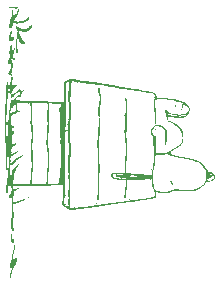
<source format=gbr>
%TF.GenerationSoftware,KiCad,Pcbnew,7.0.2-0*%
%TF.CreationDate,2024-01-28T21:47:35-03:30*%
%TF.ProjectId,ground-station,67726f75-6e64-42d7-9374-6174696f6e2e,rev?*%
%TF.SameCoordinates,Original*%
%TF.FileFunction,Legend,Bot*%
%TF.FilePolarity,Positive*%
%FSLAX46Y46*%
G04 Gerber Fmt 4.6, Leading zero omitted, Abs format (unit mm)*
G04 Created by KiCad (PCBNEW 7.0.2-0) date 2024-01-28 21:47:35*
%MOMM*%
%LPD*%
G01*
G04 APERTURE LIST*
G04 APERTURE END LIST*
%TO.C,G\u002A\u002A\u002A*%
G36*
X115087990Y-97094159D02*
G01*
X115076121Y-97106028D01*
X115064252Y-97094159D01*
X115076121Y-97082289D01*
X115087990Y-97094159D01*
G37*
G36*
X115206682Y-96999205D02*
G01*
X115194813Y-97011074D01*
X115182944Y-96999205D01*
X115194813Y-96987336D01*
X115206682Y-96999205D01*
G37*
G36*
X116749673Y-96904252D02*
G01*
X116737803Y-96916121D01*
X116725934Y-96904252D01*
X116737803Y-96892383D01*
X116749673Y-96904252D01*
G37*
G36*
X116820888Y-96856775D02*
G01*
X116809018Y-96868645D01*
X116797149Y-96856775D01*
X116809018Y-96844906D01*
X116820888Y-96856775D01*
G37*
G36*
X116346121Y-96833037D02*
G01*
X116334252Y-96844906D01*
X116322383Y-96833037D01*
X116334252Y-96821168D01*
X116346121Y-96833037D01*
G37*
G36*
X117058271Y-96809299D02*
G01*
X117046402Y-96821168D01*
X117034532Y-96809299D01*
X117046402Y-96797430D01*
X117058271Y-96809299D01*
G37*
G36*
X118411355Y-96619392D02*
G01*
X118399486Y-96631261D01*
X118387617Y-96619392D01*
X118399486Y-96607523D01*
X118411355Y-96619392D01*
G37*
G36*
X114352103Y-96595654D02*
G01*
X114340233Y-96607523D01*
X114328364Y-96595654D01*
X114340233Y-96583785D01*
X114352103Y-96595654D01*
G37*
G36*
X117176962Y-96595654D02*
G01*
X117165093Y-96607523D01*
X117153224Y-96595654D01*
X117165093Y-96583785D01*
X117176962Y-96595654D01*
G37*
G36*
X117224439Y-96571916D02*
G01*
X117212570Y-96583785D01*
X117200701Y-96571916D01*
X117212570Y-96560046D01*
X117224439Y-96571916D01*
G37*
G36*
X117153224Y-96548177D02*
G01*
X117141355Y-96560046D01*
X117129486Y-96548177D01*
X117141355Y-96536308D01*
X117153224Y-96548177D01*
G37*
G36*
X119028551Y-96476962D02*
G01*
X119016682Y-96488831D01*
X119004813Y-96476962D01*
X119016682Y-96465093D01*
X119028551Y-96476962D01*
G37*
G36*
X119527056Y-96405747D02*
G01*
X119515187Y-96417617D01*
X119503317Y-96405747D01*
X119515187Y-96393878D01*
X119527056Y-96405747D01*
G37*
G36*
X119527056Y-96358271D02*
G01*
X119515187Y-96370140D01*
X119503317Y-96358271D01*
X119515187Y-96346402D01*
X119527056Y-96358271D01*
G37*
G36*
X120713972Y-96358271D02*
G01*
X120702103Y-96370140D01*
X120690233Y-96358271D01*
X120702103Y-96346402D01*
X120713972Y-96358271D01*
G37*
G36*
X114636962Y-96334532D02*
G01*
X114625093Y-96346402D01*
X114613224Y-96334532D01*
X114625093Y-96322663D01*
X114636962Y-96334532D01*
G37*
G36*
X121497336Y-96239579D02*
G01*
X121485467Y-96251448D01*
X121473598Y-96239579D01*
X121485467Y-96227710D01*
X121497336Y-96239579D01*
G37*
G36*
X121877149Y-95741074D02*
G01*
X121865280Y-95752944D01*
X121853411Y-95741074D01*
X121865280Y-95729205D01*
X121877149Y-95741074D01*
G37*
G36*
X112286869Y-94981448D02*
G01*
X112275000Y-94993317D01*
X112263131Y-94981448D01*
X112275000Y-94969579D01*
X112286869Y-94981448D01*
G37*
G36*
X113093972Y-94957710D02*
G01*
X113082103Y-94969579D01*
X113070233Y-94957710D01*
X113082103Y-94945841D01*
X113093972Y-94957710D01*
G37*
G36*
X112999018Y-94933972D02*
G01*
X112987149Y-94945841D01*
X112975280Y-94933972D01*
X112987149Y-94922103D01*
X112999018Y-94933972D01*
G37*
G36*
X112761635Y-94910233D02*
G01*
X112749766Y-94922103D01*
X112737897Y-94910233D01*
X112749766Y-94898364D01*
X112761635Y-94910233D01*
G37*
G36*
X121592289Y-94696588D02*
G01*
X121580420Y-94708458D01*
X121568551Y-94696588D01*
X121580420Y-94684719D01*
X121592289Y-94696588D01*
G37*
G36*
X117129486Y-94340514D02*
G01*
X117117617Y-94352383D01*
X117105747Y-94340514D01*
X117117617Y-94328645D01*
X117129486Y-94340514D01*
G37*
G36*
X121639766Y-94174345D02*
G01*
X121627897Y-94186215D01*
X121616028Y-94174345D01*
X121627897Y-94162476D01*
X121639766Y-94174345D01*
G37*
G36*
X112785374Y-94150607D02*
G01*
X112773504Y-94162476D01*
X112761635Y-94150607D01*
X112773504Y-94138738D01*
X112785374Y-94150607D01*
G37*
G36*
X118292663Y-94150607D02*
G01*
X118280794Y-94162476D01*
X118268925Y-94150607D01*
X118280794Y-94138738D01*
X118292663Y-94150607D01*
G37*
G36*
X110221635Y-94103131D02*
G01*
X110209766Y-94115000D01*
X110197897Y-94103131D01*
X110209766Y-94091261D01*
X110221635Y-94103131D01*
G37*
G36*
X121663504Y-94103131D02*
G01*
X121651635Y-94115000D01*
X121639766Y-94103131D01*
X121651635Y-94091261D01*
X121663504Y-94103131D01*
G37*
G36*
X110174159Y-94079392D02*
G01*
X110162289Y-94091261D01*
X110150420Y-94079392D01*
X110162289Y-94067523D01*
X110174159Y-94079392D01*
G37*
G36*
X119574532Y-93580888D02*
G01*
X119562663Y-93592757D01*
X119550794Y-93580888D01*
X119562663Y-93569018D01*
X119574532Y-93580888D01*
G37*
G36*
X110150420Y-93248551D02*
G01*
X110138551Y-93260420D01*
X110126682Y-93248551D01*
X110138551Y-93236682D01*
X110150420Y-93248551D01*
G37*
G36*
X110292850Y-93153598D02*
G01*
X110280981Y-93165467D01*
X110269112Y-93153598D01*
X110280981Y-93141729D01*
X110292850Y-93153598D01*
G37*
G36*
X110387803Y-93011168D02*
G01*
X110375934Y-93023037D01*
X110364065Y-93011168D01*
X110375934Y-92999299D01*
X110387803Y-93011168D01*
G37*
G36*
X112832850Y-93011168D02*
G01*
X112820981Y-93023037D01*
X112809112Y-93011168D01*
X112820981Y-92999299D01*
X112832850Y-93011168D01*
G37*
G36*
X110530233Y-92892476D02*
G01*
X110518364Y-92904345D01*
X110506495Y-92892476D01*
X110518364Y-92880607D01*
X110530233Y-92892476D01*
G37*
G36*
X110126682Y-92583878D02*
G01*
X110114813Y-92595747D01*
X110102944Y-92583878D01*
X110114813Y-92572009D01*
X110126682Y-92583878D01*
G37*
G36*
X109818084Y-92512663D02*
G01*
X109806215Y-92524532D01*
X109794346Y-92512663D01*
X109806215Y-92500794D01*
X109818084Y-92512663D01*
G37*
G36*
X109960514Y-92322757D02*
G01*
X109948645Y-92334626D01*
X109936775Y-92322757D01*
X109948645Y-92310888D01*
X109960514Y-92322757D01*
G37*
G36*
X109960514Y-92251542D02*
G01*
X109948645Y-92263411D01*
X109936775Y-92251542D01*
X109948645Y-92239673D01*
X109960514Y-92251542D01*
G37*
G36*
X109913037Y-92014159D02*
G01*
X109901168Y-92026028D01*
X109889299Y-92014159D01*
X109901168Y-92002289D01*
X109913037Y-92014159D01*
G37*
G36*
X109960514Y-91681822D02*
G01*
X109948645Y-91693691D01*
X109936775Y-91681822D01*
X109948645Y-91669953D01*
X109960514Y-91681822D01*
G37*
G36*
X110102944Y-91586869D02*
G01*
X110091074Y-91598738D01*
X110079205Y-91586869D01*
X110091074Y-91575000D01*
X110102944Y-91586869D01*
G37*
G36*
X110174159Y-91586869D02*
G01*
X110162289Y-91598738D01*
X110150420Y-91586869D01*
X110162289Y-91575000D01*
X110174159Y-91586869D01*
G37*
G36*
X110055467Y-91491916D02*
G01*
X110043598Y-91503785D01*
X110031729Y-91491916D01*
X110043598Y-91480046D01*
X110055467Y-91491916D01*
G37*
G36*
X109889299Y-90518645D02*
G01*
X109877430Y-90530514D01*
X109865560Y-90518645D01*
X109877430Y-90506775D01*
X109889299Y-90518645D01*
G37*
G36*
X121710981Y-90305000D02*
G01*
X121699112Y-90316869D01*
X121687243Y-90305000D01*
X121699112Y-90293131D01*
X121710981Y-90305000D01*
G37*
G36*
X121710981Y-90257523D02*
G01*
X121699112Y-90269392D01*
X121687243Y-90257523D01*
X121699112Y-90245654D01*
X121710981Y-90257523D01*
G37*
G36*
X121710981Y-90162570D02*
G01*
X121699112Y-90174439D01*
X121687243Y-90162570D01*
X121699112Y-90150701D01*
X121710981Y-90162570D01*
G37*
G36*
X114565747Y-90043878D02*
G01*
X114553878Y-90055747D01*
X114542009Y-90043878D01*
X114553878Y-90032009D01*
X114565747Y-90043878D01*
G37*
G36*
X114613224Y-89687803D02*
G01*
X114601355Y-89699673D01*
X114589486Y-89687803D01*
X114601355Y-89675934D01*
X114613224Y-89687803D01*
G37*
G36*
X114542009Y-89521635D02*
G01*
X114530140Y-89533504D01*
X114518271Y-89521635D01*
X114530140Y-89509766D01*
X114542009Y-89521635D01*
G37*
G36*
X117153224Y-89521635D02*
G01*
X117141355Y-89533504D01*
X117129486Y-89521635D01*
X117141355Y-89509766D01*
X117153224Y-89521635D01*
G37*
G36*
X117153224Y-89402944D02*
G01*
X117141355Y-89414813D01*
X117129486Y-89402944D01*
X117141355Y-89391074D01*
X117153224Y-89402944D01*
G37*
G36*
X117319392Y-89189299D02*
G01*
X117307523Y-89201168D01*
X117295654Y-89189299D01*
X117307523Y-89177430D01*
X117319392Y-89189299D01*
G37*
G36*
X109746869Y-89023131D02*
G01*
X109735000Y-89035000D01*
X109723131Y-89023131D01*
X109735000Y-89011261D01*
X109746869Y-89023131D01*
G37*
G36*
X119432103Y-89023131D02*
G01*
X119420233Y-89035000D01*
X119408364Y-89023131D01*
X119420233Y-89011261D01*
X119432103Y-89023131D01*
G37*
G36*
X109818084Y-88951916D02*
G01*
X109806215Y-88963785D01*
X109794346Y-88951916D01*
X109806215Y-88940046D01*
X109818084Y-88951916D01*
G37*
G36*
X114470794Y-87859953D02*
G01*
X114458925Y-87871822D01*
X114447056Y-87859953D01*
X114458925Y-87848084D01*
X114470794Y-87859953D01*
G37*
G36*
X121924626Y-87765000D02*
G01*
X121912757Y-87776869D01*
X121900888Y-87765000D01*
X121912757Y-87753131D01*
X121924626Y-87765000D01*
G37*
G36*
X114565747Y-87622570D02*
G01*
X114553878Y-87634439D01*
X114542009Y-87622570D01*
X114553878Y-87610701D01*
X114565747Y-87622570D01*
G37*
G36*
X121900888Y-87598831D02*
G01*
X121889018Y-87610701D01*
X121877149Y-87598831D01*
X121889018Y-87586962D01*
X121900888Y-87598831D01*
G37*
G36*
X118577523Y-86981635D02*
G01*
X118565654Y-86993504D01*
X118553785Y-86981635D01*
X118565654Y-86969766D01*
X118577523Y-86981635D01*
G37*
G36*
X116702196Y-86673037D02*
G01*
X116690327Y-86684906D01*
X116678458Y-86673037D01*
X116690327Y-86661168D01*
X116702196Y-86673037D01*
G37*
G36*
X114589486Y-86530607D02*
G01*
X114577617Y-86542476D01*
X114565747Y-86530607D01*
X114577617Y-86518738D01*
X114589486Y-86530607D01*
G37*
G36*
X115649797Y-96971511D02*
G01*
X115653511Y-96978651D01*
X115633972Y-96987336D01*
X115621405Y-96985623D01*
X115618146Y-96971511D01*
X115621625Y-96968670D01*
X115649797Y-96971511D01*
G37*
G36*
X114510358Y-96900296D02*
G01*
X114514072Y-96907436D01*
X114494532Y-96916121D01*
X114481965Y-96914408D01*
X114478707Y-96900296D01*
X114482186Y-96897455D01*
X114510358Y-96900296D01*
G37*
G36*
X117277850Y-96805447D02*
G01*
X117281877Y-96813689D01*
X117248177Y-96817420D01*
X117215522Y-96814111D01*
X117218504Y-96805447D01*
X117229250Y-96802311D01*
X117277850Y-96805447D01*
G37*
G36*
X114323292Y-96761345D02*
G01*
X114320451Y-96789517D01*
X114313311Y-96793231D01*
X114304626Y-96773691D01*
X114306339Y-96761124D01*
X114320451Y-96757866D01*
X114323292Y-96761345D01*
G37*
G36*
X114513199Y-96761345D02*
G01*
X114510358Y-96789517D01*
X114503218Y-96793231D01*
X114494532Y-96773691D01*
X114496246Y-96761124D01*
X114510358Y-96757866D01*
X114513199Y-96761345D01*
G37*
G36*
X117952414Y-96686651D02*
G01*
X117956128Y-96693791D01*
X117936588Y-96702476D01*
X117924022Y-96700763D01*
X117920763Y-96686651D01*
X117924242Y-96683810D01*
X117952414Y-96686651D01*
G37*
G36*
X118355965Y-96639174D02*
G01*
X118359679Y-96646314D01*
X118340140Y-96655000D01*
X118327573Y-96653287D01*
X118324314Y-96639174D01*
X118327794Y-96636333D01*
X118355965Y-96639174D01*
G37*
G36*
X117026620Y-96615436D02*
G01*
X117030333Y-96622576D01*
X117010794Y-96631261D01*
X116998227Y-96629548D01*
X116994969Y-96615436D01*
X116998448Y-96612595D01*
X117026620Y-96615436D01*
G37*
G36*
X119163068Y-96496744D02*
G01*
X119166782Y-96503884D01*
X119147243Y-96512570D01*
X119134676Y-96510857D01*
X119131417Y-96496744D01*
X119134896Y-96493903D01*
X119163068Y-96496744D01*
G37*
G36*
X121326096Y-96239102D02*
G01*
X121323255Y-96267274D01*
X121316115Y-96270988D01*
X121307430Y-96251448D01*
X121309143Y-96238881D01*
X121323255Y-96235623D01*
X121326096Y-96239102D01*
G37*
G36*
X121394470Y-96235623D02*
G01*
X121398184Y-96242763D01*
X121378645Y-96251448D01*
X121366078Y-96249735D01*
X121362819Y-96235623D01*
X121366298Y-96232782D01*
X121394470Y-96235623D01*
G37*
G36*
X114371148Y-96242537D02*
G01*
X114368318Y-96279638D01*
X114359774Y-96290625D01*
X114353977Y-96265296D01*
X114355655Y-96241219D01*
X114366444Y-96234139D01*
X114371148Y-96242537D01*
G37*
G36*
X121444788Y-96215364D02*
G01*
X121441947Y-96243536D01*
X121434807Y-96247249D01*
X121426121Y-96227710D01*
X121427834Y-96215143D01*
X121441947Y-96211884D01*
X121444788Y-96215364D01*
G37*
G36*
X114394507Y-96049195D02*
G01*
X114391666Y-96077367D01*
X114384526Y-96081081D01*
X114375841Y-96061542D01*
X114377554Y-96048975D01*
X114391666Y-96045716D01*
X114394507Y-96049195D01*
G37*
G36*
X114370769Y-95669382D02*
G01*
X114367928Y-95697554D01*
X114360788Y-95701268D01*
X114352103Y-95681729D01*
X114353816Y-95669162D01*
X114367928Y-95665903D01*
X114370769Y-95669382D01*
G37*
G36*
X114632270Y-95364220D02*
G01*
X114629440Y-95401320D01*
X114620895Y-95412307D01*
X114615098Y-95386978D01*
X114616777Y-95362901D01*
X114627566Y-95355821D01*
X114632270Y-95364220D01*
G37*
G36*
X114394507Y-95313308D02*
G01*
X114391666Y-95341479D01*
X114384526Y-95345193D01*
X114375841Y-95325654D01*
X114377554Y-95313087D01*
X114391666Y-95309828D01*
X114394507Y-95313308D01*
G37*
G36*
X113729834Y-94957233D02*
G01*
X113726993Y-94985405D01*
X113719853Y-94989118D01*
X113711168Y-94969579D01*
X113712881Y-94957012D01*
X113726993Y-94953754D01*
X113729834Y-94957233D01*
G37*
G36*
X117124414Y-94482467D02*
G01*
X117121573Y-94510638D01*
X117114433Y-94514352D01*
X117105747Y-94494813D01*
X117107461Y-94482246D01*
X117121573Y-94478987D01*
X117124414Y-94482467D01*
G37*
G36*
X121679330Y-93980483D02*
G01*
X121683044Y-93987623D01*
X121663504Y-93996308D01*
X121650937Y-93994595D01*
X121647679Y-93980483D01*
X121651158Y-93977642D01*
X121679330Y-93980483D01*
G37*
G36*
X119403292Y-93295551D02*
G01*
X119400451Y-93323722D01*
X119393311Y-93327436D01*
X119384626Y-93307897D01*
X119386339Y-93295330D01*
X119400451Y-93292071D01*
X119403292Y-93295551D01*
G37*
G36*
X110593536Y-92864782D02*
G01*
X110597249Y-92871922D01*
X110577710Y-92880607D01*
X110565143Y-92878894D01*
X110561884Y-92864782D01*
X110565364Y-92861941D01*
X110593536Y-92864782D01*
G37*
G36*
X121587218Y-90351999D02*
G01*
X121584377Y-90380171D01*
X121577237Y-90383885D01*
X121568551Y-90364345D01*
X121570264Y-90351779D01*
X121584377Y-90348520D01*
X121587218Y-90351999D01*
G37*
G36*
X121967031Y-89972186D02*
G01*
X121964190Y-90000358D01*
X121957050Y-90004072D01*
X121948364Y-89984532D01*
X121950077Y-89971965D01*
X121964190Y-89968707D01*
X121967031Y-89972186D01*
G37*
G36*
X121943292Y-89853495D02*
G01*
X121940451Y-89881666D01*
X121933311Y-89885380D01*
X121924626Y-89865841D01*
X121926339Y-89853274D01*
X121940451Y-89850015D01*
X121943292Y-89853495D01*
G37*
G36*
X114940489Y-88903962D02*
G01*
X114937648Y-88932134D01*
X114930508Y-88935847D01*
X114921822Y-88916308D01*
X114923535Y-88903741D01*
X114937648Y-88900483D01*
X114940489Y-88903962D01*
G37*
G36*
X111281947Y-88259548D02*
G01*
X111285661Y-88266688D01*
X111266121Y-88275374D01*
X111253554Y-88273660D01*
X111250296Y-88259548D01*
X111253775Y-88256707D01*
X111281947Y-88259548D01*
G37*
G36*
X121824601Y-88049382D02*
G01*
X121821760Y-88077554D01*
X121814620Y-88081268D01*
X121805934Y-88061729D01*
X121807647Y-88049162D01*
X121821760Y-88045903D01*
X121824601Y-88049382D01*
G37*
G36*
X114489461Y-87764523D02*
G01*
X114486620Y-87792694D01*
X114479480Y-87796408D01*
X114470794Y-87776869D01*
X114472507Y-87764302D01*
X114486620Y-87761043D01*
X114489461Y-87764523D01*
G37*
G36*
X114489461Y-87669569D02*
G01*
X114486620Y-87697741D01*
X114479480Y-87701455D01*
X114470794Y-87681916D01*
X114472507Y-87669349D01*
X114486620Y-87666090D01*
X114489461Y-87669569D01*
G37*
G36*
X121919554Y-87645831D02*
G01*
X121916713Y-87674003D01*
X121909573Y-87677717D01*
X121900888Y-87658177D01*
X121902601Y-87645610D01*
X121916713Y-87642352D01*
X121919554Y-87645831D01*
G37*
G36*
X116548316Y-96883920D02*
G01*
X116519248Y-96902726D01*
X116514744Y-96904416D01*
X116490958Y-96909396D01*
X116505959Y-96889437D01*
X116523413Y-96875892D01*
X116548525Y-96873229D01*
X116548316Y-96883920D01*
G37*
G36*
X114394566Y-96804591D02*
G01*
X114417195Y-96832967D01*
X114415405Y-96860732D01*
X114409389Y-96864162D01*
X114377420Y-96857751D01*
X114360970Y-96842398D01*
X114353541Y-96812366D01*
X114374440Y-96797430D01*
X114394566Y-96804591D01*
G37*
G36*
X117021714Y-96682755D02*
G01*
X117034532Y-96714345D01*
X117031854Y-96730726D01*
X117010794Y-96749953D01*
X116999874Y-96745936D01*
X116987056Y-96714345D01*
X116989734Y-96697965D01*
X117010794Y-96678738D01*
X117021714Y-96682755D01*
G37*
G36*
X119681355Y-96435545D02*
G01*
X119720539Y-96445316D01*
X119740701Y-96455991D01*
X119726021Y-96461968D01*
X119681355Y-96465093D01*
X119642343Y-96460022D01*
X119622009Y-96444647D01*
X119637244Y-96433917D01*
X119681355Y-96435545D01*
G37*
G36*
X119841588Y-96400864D02*
G01*
X119853614Y-96404565D01*
X119839520Y-96409299D01*
X119788177Y-96411151D01*
X119753341Y-96410459D01*
X119723517Y-96406734D01*
X119734766Y-96400864D01*
X119772415Y-96396936D01*
X119841588Y-96400864D01*
G37*
G36*
X121900161Y-96073411D02*
G01*
X121897236Y-96089481D01*
X121877149Y-96132757D01*
X121863933Y-96148872D01*
X121854138Y-96144626D01*
X121857062Y-96128555D01*
X121877149Y-96085280D01*
X121890365Y-96069165D01*
X121900161Y-96073411D01*
G37*
G36*
X114406086Y-95397835D02*
G01*
X114423317Y-95422008D01*
X114421454Y-95430594D01*
X114399579Y-95432476D01*
X114392475Y-95427604D01*
X114375841Y-95407337D01*
X114376458Y-95404968D01*
X114399579Y-95396869D01*
X114406086Y-95397835D01*
G37*
G36*
X110055467Y-90848179D02*
G01*
X110054399Y-90852353D01*
X110031729Y-90874719D01*
X110023324Y-90879141D01*
X110007990Y-90877521D01*
X110009059Y-90873348D01*
X110031729Y-90850981D01*
X110040133Y-90846559D01*
X110055467Y-90848179D01*
G37*
G36*
X114582111Y-89444486D02*
G01*
X114585803Y-89467364D01*
X114582111Y-89527570D01*
X114579892Y-89534305D01*
X114573730Y-89529215D01*
X114571255Y-89486028D01*
X114571484Y-89469922D01*
X114575230Y-89437098D01*
X114582111Y-89444486D01*
G37*
G36*
X116797149Y-86678028D02*
G01*
X116825053Y-86687074D01*
X116844626Y-86699544D01*
X116835791Y-86704815D01*
X116797149Y-86708645D01*
X116769574Y-86704616D01*
X116749673Y-86687129D01*
X116759297Y-86676697D01*
X116797149Y-86678028D01*
G37*
G36*
X109751939Y-94167517D02*
G01*
X109761268Y-94209165D01*
X109750069Y-94274339D01*
X109735995Y-94290902D01*
X109729002Y-94271536D01*
X109728041Y-94209953D01*
X109728741Y-94177629D01*
X109731680Y-94134862D01*
X109738554Y-94133016D01*
X109751939Y-94167517D01*
G37*
G36*
X115089534Y-97042680D02*
G01*
X115147336Y-97058551D01*
X115152960Y-97060427D01*
X115209754Y-97083062D01*
X115222683Y-97095360D01*
X115194597Y-97094470D01*
X115128346Y-97077542D01*
X115109967Y-97071596D01*
X115064146Y-97052890D01*
X115050813Y-97040339D01*
X115054132Y-97038946D01*
X115089534Y-97042680D01*
G37*
G36*
X117746682Y-96698408D02*
G01*
X117768039Y-96700685D01*
X117820598Y-96708964D01*
X117841635Y-96716839D01*
X117839233Y-96718932D01*
X117806174Y-96724133D01*
X117746682Y-96726215D01*
X117725436Y-96725746D01*
X117672800Y-96719328D01*
X117651729Y-96707784D01*
X117654267Y-96703797D01*
X117687416Y-96696813D01*
X117746682Y-96698408D01*
G37*
G36*
X113025859Y-94976548D02*
G01*
X113046495Y-95005187D01*
X113043817Y-95021567D01*
X113022757Y-95040794D01*
X113017083Y-95040104D01*
X112999018Y-95017056D01*
X112995001Y-95006135D01*
X112963411Y-94993317D01*
X112947170Y-94992002D01*
X112927803Y-94981448D01*
X112942489Y-94973653D01*
X112987149Y-94969579D01*
X113025859Y-94976548D01*
G37*
G36*
X121942430Y-90427223D02*
G01*
X121977843Y-90432758D01*
X122042604Y-90448492D01*
X122078925Y-90465453D01*
X122080252Y-90471080D01*
X122055355Y-90476906D01*
X122005445Y-90476100D01*
X121945102Y-90469893D01*
X121888907Y-90459520D01*
X121851442Y-90446213D01*
X121841240Y-90439392D01*
X121832294Y-90423777D01*
X121865314Y-90419869D01*
X121942430Y-90427223D01*
G37*
G36*
X121735357Y-93588487D02*
G01*
X121738832Y-93607448D01*
X121741345Y-93680963D01*
X121731183Y-93755318D01*
X121711733Y-93818438D01*
X121686379Y-93858244D01*
X121658506Y-93862658D01*
X121653361Y-93848924D01*
X121675649Y-93821005D01*
X121693334Y-93800628D01*
X121710014Y-93744772D01*
X121715972Y-93651181D01*
X121717013Y-93594283D01*
X121719939Y-93552777D01*
X121725656Y-93552130D01*
X121735357Y-93588487D01*
G37*
G36*
X123238517Y-94732203D02*
G01*
X123270565Y-94751461D01*
X123315196Y-94801231D01*
X123366514Y-94871750D01*
X123418621Y-94953257D01*
X123465620Y-95035988D01*
X123501614Y-95110183D01*
X123520706Y-95166079D01*
X123516999Y-95193915D01*
X123491389Y-95204293D01*
X123465691Y-95198519D01*
X123435552Y-95171391D01*
X123396555Y-95117744D01*
X123344281Y-95032413D01*
X123274312Y-94910233D01*
X123240073Y-94846400D01*
X123212518Y-94779864D01*
X123212167Y-94743341D01*
X123238078Y-94732196D01*
X123238517Y-94732203D01*
G37*
G36*
X110075523Y-80062148D02*
G01*
X110216407Y-80064554D01*
X110322094Y-80069378D01*
X110388499Y-80076384D01*
X110411542Y-80085334D01*
X110410986Y-80088941D01*
X110388743Y-80123094D01*
X110343683Y-80170929D01*
X110289089Y-80220286D01*
X110238247Y-80259003D01*
X110204441Y-80274918D01*
X110202065Y-80274753D01*
X110171387Y-80252590D01*
X110138551Y-80204345D01*
X110121781Y-80174860D01*
X110086573Y-80140346D01*
X110041011Y-80141402D01*
X109972383Y-80175848D01*
X109942471Y-80191847D01*
X109844406Y-80221513D01*
X109751929Y-80219283D01*
X109676191Y-80186784D01*
X109628343Y-80125644D01*
X109614864Y-80091697D01*
X109605944Y-80067850D01*
X109619810Y-80066289D01*
X109673933Y-80064545D01*
X109761784Y-80063160D01*
X109875693Y-80062246D01*
X110007990Y-80061916D01*
X110075523Y-80062148D01*
G37*
G36*
X109786882Y-82150893D02*
G01*
X109803076Y-82156237D01*
X109812566Y-82176994D01*
X109816001Y-82221136D01*
X109814031Y-82296634D01*
X109807304Y-82411459D01*
X109790415Y-82672031D01*
X109863892Y-82646417D01*
X109917913Y-82631412D01*
X109974929Y-82634628D01*
X110001434Y-82672747D01*
X110000962Y-82748400D01*
X109990195Y-82799912D01*
X109943481Y-82891132D01*
X109869101Y-82947430D01*
X109771798Y-82964340D01*
X109759081Y-82963618D01*
X109683819Y-82952265D01*
X109626282Y-82933238D01*
X109612167Y-82924927D01*
X109589548Y-82900039D01*
X109582625Y-82857835D01*
X109587591Y-82783582D01*
X109595246Y-82717105D01*
X109614435Y-82588020D01*
X109638043Y-82461228D01*
X109663660Y-82347953D01*
X109688879Y-82259420D01*
X109711294Y-82206852D01*
X109745974Y-82169175D01*
X109786078Y-82150888D01*
X109786882Y-82150893D01*
G37*
G36*
X109854672Y-99300378D02*
G01*
X109862540Y-99380591D01*
X109863451Y-99503598D01*
X109861578Y-99620610D01*
X109861632Y-99717312D01*
X109864847Y-99780001D01*
X109872054Y-99815872D01*
X109884080Y-99832118D01*
X109901755Y-99835934D01*
X109930670Y-99822020D01*
X109959637Y-99778894D01*
X109977520Y-99741205D01*
X110013752Y-99703916D01*
X110045987Y-99707560D01*
X110065543Y-99748461D01*
X110063737Y-99822947D01*
X110062838Y-99828041D01*
X110046774Y-99897353D01*
X110023816Y-99974814D01*
X109998655Y-100046894D01*
X109975979Y-100100064D01*
X109960481Y-100120794D01*
X109936942Y-100107274D01*
X109893252Y-100066152D01*
X109841831Y-100009126D01*
X109793396Y-99948176D01*
X109758667Y-99895280D01*
X109742125Y-99848891D01*
X109730321Y-99750262D01*
X109733611Y-99628009D01*
X109751416Y-99494762D01*
X109783152Y-99363153D01*
X109795123Y-99326640D01*
X109820384Y-99272388D01*
X109840427Y-99263972D01*
X109854672Y-99300378D01*
G37*
G36*
X117283785Y-86962145D02*
G01*
X117325186Y-87161797D01*
X117343412Y-87259813D01*
X117376546Y-87543355D01*
X117385012Y-87834247D01*
X117367762Y-88109205D01*
X117361803Y-88163643D01*
X117348169Y-88315117D01*
X117336884Y-88476022D01*
X117329934Y-88619579D01*
X117326160Y-88702912D01*
X117318000Y-88813809D01*
X117307710Y-88905410D01*
X117296653Y-88963628D01*
X117295034Y-88969446D01*
X117283030Y-89038436D01*
X117274089Y-89133758D01*
X117270042Y-89236619D01*
X117269563Y-89267811D01*
X117266593Y-89343344D01*
X117261877Y-89389412D01*
X117256194Y-89397009D01*
X117230916Y-89376990D01*
X117178941Y-89367336D01*
X117130894Y-89362883D01*
X117096351Y-89350027D01*
X117092066Y-89344418D01*
X117099808Y-89325796D01*
X117107812Y-89309233D01*
X117112715Y-89256684D01*
X117110669Y-89181923D01*
X117108989Y-89127593D01*
X117114537Y-89029865D01*
X117128848Y-88950967D01*
X117140079Y-88899174D01*
X117153692Y-88807388D01*
X117166509Y-88693814D01*
X117176803Y-88572103D01*
X117185424Y-88471583D01*
X117200821Y-88339805D01*
X117218873Y-88221218D01*
X117237225Y-88132944D01*
X117263854Y-87997506D01*
X117274310Y-87758971D01*
X117244595Y-87496987D01*
X117174781Y-87212585D01*
X117143632Y-87102651D01*
X117130088Y-87028556D01*
X117135483Y-86984764D01*
X117160703Y-86964258D01*
X117206633Y-86960021D01*
X117283785Y-86962145D01*
G37*
G36*
X110459424Y-80240441D02*
G01*
X110478785Y-80289091D01*
X110473844Y-80372618D01*
X110440451Y-80476836D01*
X110380379Y-80593821D01*
X110340163Y-80667758D01*
X110295887Y-80766692D01*
X110267768Y-80850880D01*
X110252511Y-80902317D01*
X110208313Y-80985912D01*
X110133405Y-81069609D01*
X110098814Y-81104341D01*
X110048502Y-81170483D01*
X110040082Y-81221378D01*
X110073982Y-81262758D01*
X110150630Y-81300353D01*
X110227323Y-81323519D01*
X110394226Y-81339984D01*
X110573617Y-81318714D01*
X110757668Y-81261765D01*
X110938555Y-81171188D01*
X111108451Y-81049038D01*
X111137107Y-81025071D01*
X111207055Y-80969560D01*
X111261013Y-80930964D01*
X111289145Y-80916495D01*
X111292559Y-80916826D01*
X111310389Y-80940992D01*
X111311663Y-80993697D01*
X111297641Y-81061229D01*
X111269578Y-81129876D01*
X111232186Y-81184367D01*
X111131035Y-81274338D01*
X110986258Y-81356386D01*
X110800085Y-81429090D01*
X110738234Y-81447546D01*
X110583917Y-81480533D01*
X110427544Y-81498243D01*
X110280718Y-81500260D01*
X110155039Y-81486166D01*
X110062109Y-81455548D01*
X110046692Y-81447323D01*
X110002244Y-81427861D01*
X109976529Y-81434113D01*
X109951201Y-81468167D01*
X109940074Y-81489762D01*
X109916717Y-81559153D01*
X109899782Y-81640514D01*
X109878053Y-81756549D01*
X109847735Y-81846954D01*
X109812068Y-81893484D01*
X109780850Y-81896839D01*
X109725826Y-81878246D01*
X109669544Y-81843145D01*
X109630079Y-81800748D01*
X109615363Y-81766828D01*
X109607076Y-81691216D01*
X109622152Y-81589636D01*
X109661246Y-81454793D01*
X109716127Y-81282046D01*
X109773238Y-81070757D01*
X109813621Y-80871454D01*
X109841135Y-80667243D01*
X109851653Y-80577433D01*
X109865231Y-80483865D01*
X109878099Y-80416519D01*
X109888483Y-80385928D01*
X109898270Y-80379648D01*
X109916830Y-80395126D01*
X109928298Y-80446542D01*
X109931471Y-80526026D01*
X109925146Y-80625706D01*
X109908574Y-80780453D01*
X109976086Y-80765229D01*
X110040130Y-80751412D01*
X110118632Y-80735535D01*
X110148332Y-80727622D01*
X110179458Y-80708619D01*
X110209204Y-80671614D01*
X110244115Y-80608000D01*
X110290735Y-80509166D01*
X110316055Y-80452741D01*
X110352973Y-80365531D01*
X110378361Y-80298930D01*
X110387803Y-80264078D01*
X110393640Y-80234791D01*
X110421571Y-80217025D01*
X110459424Y-80240441D01*
G37*
G36*
X110103343Y-100228098D02*
G01*
X110105651Y-100231052D01*
X110116866Y-100258758D01*
X110117394Y-100303712D01*
X110106497Y-100375394D01*
X110083435Y-100483285D01*
X110083154Y-100484519D01*
X110066095Y-100564694D01*
X110044664Y-100672973D01*
X110020178Y-100801881D01*
X109993957Y-100943942D01*
X109967318Y-101091681D01*
X109941582Y-101237622D01*
X109918066Y-101374290D01*
X109898089Y-101494208D01*
X109882969Y-101589902D01*
X109874026Y-101653896D01*
X109872577Y-101678714D01*
X109874867Y-101677825D01*
X109898506Y-101653186D01*
X109941486Y-101601865D01*
X109996640Y-101532315D01*
X110059576Y-101458348D01*
X110135608Y-101385699D01*
X110205510Y-101335042D01*
X110263097Y-101309895D01*
X110302185Y-101313779D01*
X110316588Y-101350214D01*
X110312538Y-101385661D01*
X110291415Y-101470386D01*
X110255364Y-101582300D01*
X110207921Y-101711913D01*
X110152623Y-101849741D01*
X110093004Y-101986295D01*
X110032602Y-102112088D01*
X109949605Y-102283126D01*
X109877469Y-102455961D01*
X109829418Y-102608419D01*
X109802646Y-102749652D01*
X109794346Y-102888809D01*
X109794153Y-102947567D01*
X109791524Y-103013763D01*
X109783059Y-103048578D01*
X109765352Y-103062082D01*
X109735000Y-103064345D01*
X109731215Y-103064334D01*
X109700112Y-103060621D01*
X109683504Y-103042613D01*
X109676861Y-102999253D01*
X109675654Y-102919483D01*
X109682183Y-102828584D01*
X109712218Y-102681554D01*
X109767442Y-102504281D01*
X109848739Y-102294026D01*
X109956993Y-102048052D01*
X109979815Y-101998258D01*
X110046517Y-101847956D01*
X110091412Y-101737489D01*
X110115030Y-101665312D01*
X110117900Y-101629882D01*
X110100553Y-101629655D01*
X110097133Y-101632765D01*
X110072769Y-101669325D01*
X110034302Y-101738399D01*
X109986290Y-101831524D01*
X109933287Y-101940242D01*
X109918082Y-101972040D01*
X109867403Y-102074692D01*
X109823983Y-102157704D01*
X109792029Y-102213250D01*
X109775743Y-102233504D01*
X109765230Y-102232202D01*
X109716510Y-102205692D01*
X109670891Y-102158542D01*
X109646872Y-102108669D01*
X109646497Y-102106182D01*
X109644330Y-102061438D01*
X109651311Y-102005524D01*
X109669409Y-101930153D01*
X109700592Y-101827036D01*
X109746830Y-101687888D01*
X109747105Y-101687081D01*
X109780703Y-101576090D01*
X109817931Y-101433027D01*
X109856827Y-101267639D01*
X109895431Y-101089677D01*
X109931781Y-100908889D01*
X109963918Y-100735024D01*
X109989879Y-100577832D01*
X110007705Y-100447062D01*
X110015433Y-100352462D01*
X110015641Y-100345480D01*
X110023184Y-100251143D01*
X110039325Y-100201535D01*
X110065549Y-100194554D01*
X110103343Y-100228098D01*
G37*
G36*
X117264242Y-89471401D02*
G01*
X117289189Y-89509624D01*
X117305856Y-89583585D01*
X117315227Y-89697096D01*
X117318290Y-89853972D01*
X117317839Y-89922320D01*
X117313555Y-90091755D01*
X117305328Y-90284947D01*
X117293863Y-90491722D01*
X117279868Y-90701905D01*
X117264049Y-90905322D01*
X117247115Y-91091797D01*
X117229772Y-91251156D01*
X117212727Y-91373224D01*
X117212355Y-91375459D01*
X117190926Y-91528612D01*
X117180434Y-91673174D01*
X117180917Y-91822832D01*
X117192411Y-91991276D01*
X117214955Y-92192196D01*
X117215594Y-92197313D01*
X117228312Y-92329452D01*
X117239349Y-92502179D01*
X117248618Y-92708941D01*
X117256035Y-92943184D01*
X117261514Y-93198355D01*
X117264971Y-93467901D01*
X117266319Y-93745268D01*
X117265473Y-94023903D01*
X117262348Y-94297253D01*
X117256860Y-94558765D01*
X117248922Y-94801886D01*
X117243768Y-94933561D01*
X117235900Y-95140517D01*
X117228224Y-95348809D01*
X117221180Y-95546243D01*
X117215208Y-95720626D01*
X117210749Y-95859766D01*
X117209583Y-95897693D01*
X117203322Y-96078311D01*
X117196822Y-96217386D01*
X117189503Y-96319931D01*
X117180779Y-96390960D01*
X117170068Y-96435488D01*
X117156787Y-96458527D01*
X117140353Y-96465093D01*
X117119745Y-96458290D01*
X117098351Y-96422054D01*
X117086796Y-96351026D01*
X117084560Y-96241221D01*
X117091121Y-96088653D01*
X117100158Y-95937261D01*
X117120853Y-95550110D01*
X117138369Y-95161260D01*
X117152638Y-94775613D01*
X117163593Y-94398071D01*
X117171167Y-94033536D01*
X117175292Y-93686909D01*
X117175901Y-93363093D01*
X117172928Y-93066989D01*
X117166303Y-92803500D01*
X117155961Y-92577527D01*
X117141835Y-92393972D01*
X117124700Y-92231141D01*
X117105917Y-92070918D01*
X117087777Y-91933705D01*
X117071143Y-91825574D01*
X117056883Y-91752596D01*
X117045861Y-91720846D01*
X117045542Y-91720513D01*
X117035805Y-91684558D01*
X117034127Y-91617432D01*
X117039540Y-91534231D01*
X117051073Y-91450051D01*
X117067756Y-91379988D01*
X117075926Y-91353827D01*
X117096903Y-91270623D01*
X117113768Y-91172178D01*
X117128128Y-91047747D01*
X117141590Y-90886588D01*
X117149591Y-90784520D01*
X117158063Y-90686089D01*
X117165097Y-90613598D01*
X117166140Y-90601752D01*
X117169522Y-90536575D01*
X117172928Y-90435226D01*
X117176136Y-90306262D01*
X117178923Y-90158242D01*
X117181068Y-89999722D01*
X117181308Y-89978222D01*
X117183916Y-89805405D01*
X117187490Y-89674468D01*
X117192388Y-89580362D01*
X117198965Y-89518040D01*
X117207577Y-89482458D01*
X117218582Y-89468567D01*
X117230026Y-89465103D01*
X117264242Y-89471401D01*
G37*
G36*
X111525166Y-81660049D02*
G01*
X111517798Y-81730891D01*
X111509843Y-81762893D01*
X111454064Y-81875752D01*
X111356087Y-81993205D01*
X111219166Y-82111108D01*
X111153449Y-82157538D01*
X111067957Y-82203068D01*
X110985353Y-82222322D01*
X110894860Y-82215562D01*
X110785701Y-82183051D01*
X110647099Y-82125052D01*
X110585227Y-82097739D01*
X110503973Y-82063816D01*
X110446528Y-82042325D01*
X110422522Y-82037041D01*
X110421642Y-82048677D01*
X110431972Y-82097958D01*
X110454239Y-82176562D01*
X110485275Y-82275147D01*
X110521912Y-82384366D01*
X110560981Y-82494874D01*
X110599313Y-82597328D01*
X110633742Y-82682382D01*
X110661097Y-82740692D01*
X110689515Y-82787751D01*
X110756563Y-82879231D01*
X110825297Y-82954494D01*
X110841761Y-82969789D01*
X110912578Y-83037398D01*
X110952843Y-83082967D01*
X110966575Y-83114711D01*
X110957793Y-83140846D01*
X110930515Y-83169587D01*
X110884381Y-83200150D01*
X110796454Y-83218686D01*
X110700685Y-83203514D01*
X110609535Y-83157367D01*
X110535463Y-83082975D01*
X110506590Y-83031110D01*
X110470415Y-82948890D01*
X110436789Y-82857360D01*
X110435126Y-82852336D01*
X110406427Y-82772269D01*
X110380989Y-82712290D01*
X110364147Y-82685050D01*
X110361802Y-82684154D01*
X110343584Y-82701584D01*
X110326906Y-82750073D01*
X110323516Y-82771257D01*
X110317758Y-82846951D01*
X110313998Y-82956014D01*
X110312152Y-83088855D01*
X110312134Y-83235885D01*
X110313862Y-83387511D01*
X110317252Y-83534144D01*
X110322218Y-83666194D01*
X110328676Y-83774068D01*
X110336544Y-83848177D01*
X110347321Y-83941122D01*
X110342097Y-83998155D01*
X110318128Y-84021119D01*
X110273280Y-84015668D01*
X110257171Y-84008400D01*
X110235078Y-83982065D01*
X110219948Y-83929947D01*
X110207707Y-83841208D01*
X110202963Y-83772300D01*
X110200832Y-83646231D01*
X110202986Y-83489815D01*
X110208878Y-83312669D01*
X110217963Y-83124413D01*
X110229694Y-82934664D01*
X110243525Y-82753041D01*
X110258912Y-82589161D01*
X110275307Y-82452644D01*
X110292166Y-82353108D01*
X110312026Y-82253713D01*
X110324376Y-82153339D01*
X110319995Y-82076977D01*
X110297839Y-82012642D01*
X110256862Y-81948349D01*
X110251427Y-81940881D01*
X110213445Y-81879835D01*
X110191518Y-81829657D01*
X110175513Y-81754933D01*
X110179131Y-81719380D01*
X110206912Y-81718977D01*
X110263177Y-81748851D01*
X110289144Y-81764455D01*
X110401240Y-81829334D01*
X110491295Y-81874626D01*
X110573838Y-81906050D01*
X110663398Y-81929327D01*
X110774505Y-81950178D01*
X110783776Y-81951749D01*
X110905179Y-81969745D01*
X110997266Y-81973624D01*
X111072286Y-81959184D01*
X111142492Y-81922223D01*
X111220133Y-81858538D01*
X111317461Y-81763926D01*
X111334431Y-81747061D01*
X111419141Y-81669092D01*
X111477835Y-81628820D01*
X111512511Y-81625916D01*
X111525166Y-81660049D01*
G37*
G36*
X109798932Y-83278948D02*
G01*
X109812954Y-83292053D01*
X109834410Y-83348430D01*
X109851022Y-83441578D01*
X109861753Y-83564753D01*
X109865560Y-83711208D01*
X109868943Y-83782292D01*
X109882228Y-83824213D01*
X109907048Y-83822382D01*
X109944954Y-83776507D01*
X109997500Y-83686293D01*
X109998020Y-83685324D01*
X110054868Y-83586035D01*
X110096513Y-83525663D01*
X110120907Y-83504442D01*
X110126003Y-83522604D01*
X110109754Y-83580384D01*
X110070110Y-83678014D01*
X110041995Y-83757263D01*
X110010966Y-83880151D01*
X109984990Y-84019258D01*
X109967146Y-84157710D01*
X109960514Y-84278632D01*
X109961854Y-84307719D01*
X109980910Y-84357733D01*
X110033174Y-84394906D01*
X110058606Y-84409335D01*
X110094011Y-84445680D01*
X110098455Y-84496404D01*
X110078148Y-84550982D01*
X110036061Y-84569050D01*
X109978206Y-84548561D01*
X109910351Y-84489719D01*
X109893217Y-84471134D01*
X109852340Y-84432277D01*
X109828148Y-84424646D01*
X109810769Y-84443680D01*
X109805823Y-84455776D01*
X109809689Y-84505994D01*
X109844985Y-84580976D01*
X109855464Y-84599707D01*
X109873705Y-84638124D01*
X109886246Y-84680062D01*
X109894090Y-84734312D01*
X109898238Y-84809664D01*
X109899692Y-84914907D01*
X109899454Y-85058831D01*
X109898286Y-85195848D01*
X109895346Y-85308187D01*
X109889707Y-85390805D01*
X109880379Y-85452960D01*
X109866375Y-85503913D01*
X109846706Y-85552922D01*
X109830657Y-85594407D01*
X109808042Y-85722883D01*
X109822599Y-85847471D01*
X109873402Y-85954252D01*
X109881851Y-85966013D01*
X109899437Y-85996634D01*
X109908715Y-86032291D01*
X109910336Y-86083508D01*
X109904952Y-86160810D01*
X109893211Y-86274720D01*
X109880273Y-86402841D01*
X109868957Y-86551515D01*
X109866726Y-86653881D01*
X109873578Y-86710113D01*
X109889511Y-86720382D01*
X109911645Y-86714186D01*
X109953847Y-86719046D01*
X109988767Y-86735129D01*
X109996332Y-86755781D01*
X109995832Y-86756630D01*
X110003324Y-86769380D01*
X110040499Y-86767346D01*
X110093769Y-86753918D01*
X110149543Y-86732483D01*
X110194234Y-86706430D01*
X110246470Y-86670176D01*
X110283966Y-86656494D01*
X110294671Y-86670022D01*
X110279567Y-86704920D01*
X110239640Y-86755348D01*
X110175871Y-86815467D01*
X110133038Y-86853030D01*
X110023992Y-86971370D01*
X109937245Y-87107938D01*
X109867446Y-87272346D01*
X109809246Y-87474205D01*
X109804315Y-87500962D01*
X109809614Y-87531810D01*
X109836895Y-87533945D01*
X109889015Y-87506112D01*
X109968829Y-87447053D01*
X110079192Y-87355514D01*
X110162684Y-87284483D01*
X110265157Y-87199249D01*
X110342210Y-87139057D01*
X110399913Y-87099947D01*
X110444334Y-87077963D01*
X110481540Y-87069145D01*
X110517600Y-87069535D01*
X110544353Y-87073603D01*
X110586764Y-87097537D01*
X110612292Y-87153738D01*
X110614496Y-87160860D01*
X110637220Y-87210546D01*
X110660236Y-87230888D01*
X110662533Y-87230583D01*
X110696955Y-87213411D01*
X110755684Y-87175119D01*
X110827429Y-87122995D01*
X110838450Y-87114653D01*
X110941822Y-87040052D01*
X111026080Y-86985903D01*
X111085507Y-86955603D01*
X111114386Y-86952548D01*
X111103667Y-86967697D01*
X111062310Y-87001417D01*
X110999423Y-87045578D01*
X110875068Y-87135341D01*
X110754657Y-87247579D01*
X110670156Y-87366401D01*
X110615605Y-87500630D01*
X110585046Y-87659091D01*
X110579676Y-87694943D01*
X110562575Y-87754759D01*
X110541565Y-87776869D01*
X110525928Y-87771943D01*
X110500603Y-87733081D01*
X110486605Y-87665446D01*
X110484646Y-87580989D01*
X110495436Y-87491662D01*
X110519689Y-87409416D01*
X110541357Y-87337933D01*
X110548528Y-87258879D01*
X110537390Y-87196323D01*
X110508572Y-87164171D01*
X110488160Y-87172065D01*
X110437001Y-87210956D01*
X110360615Y-87278922D01*
X110262718Y-87372630D01*
X110147022Y-87488745D01*
X110130774Y-87505354D01*
X110031163Y-87606476D01*
X109943733Y-87694079D01*
X109873697Y-87763021D01*
X109826272Y-87808157D01*
X109806674Y-87824345D01*
X109802399Y-87817114D01*
X109796614Y-87775201D01*
X109794346Y-87708367D01*
X109786632Y-87617040D01*
X109747845Y-87506614D01*
X109677997Y-87429258D01*
X109649213Y-87400072D01*
X109631725Y-87345204D01*
X109636262Y-87263772D01*
X109662382Y-87147803D01*
X109677294Y-87089417D01*
X109682647Y-87041998D01*
X109670236Y-87009508D01*
X109637596Y-86974740D01*
X109636957Y-86974126D01*
X109597203Y-86920890D01*
X109580701Y-86869104D01*
X109575985Y-86838908D01*
X109557853Y-86840689D01*
X109553701Y-86852229D01*
X109545503Y-86905722D01*
X109536538Y-86995699D01*
X109527378Y-87115204D01*
X109518593Y-87257281D01*
X109510753Y-87414971D01*
X109509783Y-87436521D01*
X109499468Y-87628944D01*
X109485969Y-87833952D01*
X109470428Y-88036533D01*
X109453987Y-88221679D01*
X109437787Y-88374378D01*
X109422510Y-88503989D01*
X109409973Y-88619463D01*
X109403127Y-88703583D01*
X109401846Y-88764854D01*
X109406007Y-88811778D01*
X109415484Y-88852858D01*
X109430155Y-88896597D01*
X109448008Y-88948671D01*
X109457742Y-88994830D01*
X109455255Y-89041373D01*
X109439519Y-89103154D01*
X109409505Y-89195025D01*
X109347772Y-89379205D01*
X109345044Y-90293131D01*
X109344785Y-90572021D01*
X109346068Y-90852170D01*
X109349075Y-91086133D01*
X109353829Y-91274587D01*
X109360356Y-91418210D01*
X109368679Y-91517678D01*
X109378822Y-91573669D01*
X109390809Y-91586860D01*
X109398512Y-91576660D01*
X109414557Y-91523905D01*
X109430500Y-91434323D01*
X109445889Y-91315078D01*
X109460273Y-91173333D01*
X109473203Y-91016252D01*
X109480372Y-90908776D01*
X109585580Y-90908776D01*
X109586199Y-90995237D01*
X109589680Y-91054502D01*
X109596362Y-91076495D01*
X109601567Y-91074911D01*
X109628536Y-91046129D01*
X109659388Y-90992606D01*
X109663209Y-90983837D01*
X109681215Y-90916121D01*
X109693441Y-90824443D01*
X109700001Y-90718972D01*
X109701014Y-90609876D01*
X109696595Y-90507323D01*
X109686862Y-90421482D01*
X109671930Y-90362521D01*
X109662003Y-90351652D01*
X109651916Y-90340607D01*
X109637231Y-90352538D01*
X109619162Y-90394018D01*
X109613660Y-90421089D01*
X109605010Y-90492431D01*
X109597540Y-90586944D01*
X109591587Y-90694555D01*
X109587489Y-90805190D01*
X109585580Y-90908776D01*
X109480372Y-90908776D01*
X109484226Y-90850998D01*
X109492892Y-90684735D01*
X109498750Y-90524625D01*
X109501350Y-90377834D01*
X109500240Y-90251523D01*
X109494969Y-90152856D01*
X109485087Y-90088998D01*
X109475321Y-90057551D01*
X109453274Y-90005211D01*
X109435186Y-89984532D01*
X109429101Y-89983806D01*
X109413147Y-89959957D01*
X109420407Y-89910840D01*
X109447658Y-89847955D01*
X109491682Y-89782803D01*
X109501666Y-89770621D01*
X109534053Y-89727880D01*
X109553463Y-89688830D01*
X109562745Y-89640686D01*
X109564751Y-89570663D01*
X109562333Y-89465974D01*
X109561416Y-89412969D01*
X109563098Y-89320077D01*
X109568728Y-89250445D01*
X109577570Y-89216149D01*
X109583718Y-89202722D01*
X109592998Y-89165959D01*
X109651916Y-89165959D01*
X109662003Y-89169721D01*
X109704775Y-89149889D01*
X109782197Y-89101799D01*
X109895478Y-89024748D01*
X109896592Y-89023973D01*
X109983096Y-88967157D01*
X110067835Y-88917078D01*
X110132617Y-88884496D01*
X110136785Y-88882741D01*
X110201029Y-88843947D01*
X110221635Y-88799797D01*
X110221268Y-88783638D01*
X110215502Y-88715135D01*
X110204431Y-88632487D01*
X110190252Y-88547949D01*
X110175159Y-88473779D01*
X110161349Y-88422233D01*
X110151016Y-88405566D01*
X110142182Y-88397426D01*
X110144748Y-88357739D01*
X110147729Y-88323144D01*
X110133948Y-88298553D01*
X110102243Y-88308865D01*
X110058078Y-88351466D01*
X110006916Y-88423738D01*
X109970148Y-88481237D01*
X109931156Y-88536360D01*
X109906885Y-88563514D01*
X109899609Y-88570276D01*
X109898159Y-88602842D01*
X109899030Y-88615659D01*
X109868828Y-88615443D01*
X109861829Y-88614381D01*
X109816541Y-88630338D01*
X109770722Y-88671803D01*
X109738470Y-88722875D01*
X109733881Y-88767653D01*
X109734780Y-88771096D01*
X109732932Y-88814776D01*
X109720291Y-88887864D01*
X109699155Y-88976540D01*
X109694418Y-88994282D01*
X109672830Y-89077018D01*
X109657650Y-89138303D01*
X109651916Y-89165959D01*
X109592998Y-89165959D01*
X109597546Y-89147944D01*
X109612648Y-89064325D01*
X109626705Y-88963785D01*
X109651079Y-88770731D01*
X109677014Y-88580293D01*
X109702363Y-88408268D01*
X109726195Y-88260412D01*
X109747581Y-88142479D01*
X109765591Y-88060223D01*
X109779295Y-88019400D01*
X109786530Y-88011833D01*
X109830833Y-87987711D01*
X109896236Y-87965538D01*
X109902984Y-87963685D01*
X109958290Y-87941265D01*
X110017052Y-87901894D01*
X110087954Y-87838827D01*
X110179680Y-87745314D01*
X110246656Y-87675642D01*
X110307245Y-87614993D01*
X110348390Y-87576620D01*
X110363652Y-87566773D01*
X110354175Y-87588339D01*
X110324273Y-87638950D01*
X110280981Y-87705654D01*
X110246821Y-87760334D01*
X110205978Y-87853907D01*
X110204817Y-87922202D01*
X110243273Y-87965651D01*
X110246413Y-87967168D01*
X110297630Y-87980667D01*
X110385673Y-87994457D01*
X110501019Y-88007681D01*
X110634148Y-88019483D01*
X110775535Y-88029006D01*
X110915659Y-88035393D01*
X111044996Y-88037787D01*
X111088196Y-88038271D01*
X111189904Y-88042779D01*
X111273878Y-88050994D01*
X111325256Y-88061648D01*
X111331003Y-88063750D01*
X111392768Y-88071542D01*
X111461986Y-88046778D01*
X111472718Y-88041458D01*
X111527947Y-88023085D01*
X111595428Y-88018816D01*
X111692101Y-88027209D01*
X111699852Y-88028142D01*
X111858618Y-88041615D01*
X112024610Y-88043796D01*
X112217341Y-88034972D01*
X112261783Y-88033085D01*
X112355384Y-88041443D01*
X112434734Y-88071884D01*
X112448941Y-88079392D01*
X112494368Y-88099059D01*
X112539414Y-88106069D01*
X112599663Y-88101246D01*
X112690700Y-88085414D01*
X112769952Y-88071644D01*
X112838845Y-88065033D01*
X112889184Y-88070159D01*
X112936205Y-88087128D01*
X112941441Y-88089379D01*
X113013816Y-88107192D01*
X113126917Y-88117655D01*
X113283878Y-88121074D01*
X113309480Y-88121149D01*
X113452816Y-88125246D01*
X113553836Y-88135438D01*
X113610130Y-88151502D01*
X113628002Y-88159097D01*
X113692950Y-88170972D01*
X113796326Y-88176250D01*
X113942466Y-88175240D01*
X114221542Y-88168551D01*
X114240552Y-87907430D01*
X114255239Y-87663584D01*
X114262234Y-87411389D01*
X114260308Y-87147803D01*
X114259980Y-87096328D01*
X114262175Y-86980912D01*
X114267305Y-86849106D01*
X114274712Y-86720514D01*
X114292757Y-86459392D01*
X114414215Y-86399161D01*
X114457412Y-86375268D01*
X114546588Y-86314178D01*
X114618793Y-86250797D01*
X114627778Y-86241363D01*
X114683810Y-86191022D01*
X114736309Y-86168098D01*
X114806411Y-86162663D01*
X114876677Y-86168259D01*
X114975945Y-86184754D01*
X115076598Y-86208334D01*
X115085270Y-86210714D01*
X115476826Y-86296140D01*
X115883224Y-86341520D01*
X115956061Y-86346843D01*
X116087927Y-86359627D01*
X116211069Y-86375033D01*
X116306131Y-86390803D01*
X116390817Y-86405616D01*
X116495823Y-86418733D01*
X116580069Y-86423785D01*
X116632984Y-86426628D01*
X116734508Y-86440469D01*
X116833704Y-86461942D01*
X116891981Y-86475158D01*
X117009693Y-86492552D01*
X117117617Y-86498810D01*
X117200168Y-86503568D01*
X117330366Y-86524015D01*
X117468007Y-86557437D01*
X117577818Y-86585669D01*
X117678859Y-86602904D01*
X117744350Y-86602334D01*
X117789078Y-86599663D01*
X117871281Y-86607936D01*
X117963679Y-86627224D01*
X118042676Y-86645749D01*
X118166078Y-86669188D01*
X118280794Y-86685770D01*
X118382503Y-86699207D01*
X118531039Y-86724560D01*
X118679281Y-86755435D01*
X118815510Y-86789111D01*
X118928006Y-86822865D01*
X119005049Y-86853976D01*
X119091829Y-86887439D01*
X119200811Y-86893221D01*
X119219584Y-86891706D01*
X119298828Y-86892275D01*
X119360888Y-86902343D01*
X119404777Y-86913593D01*
X119484086Y-86929286D01*
X119574532Y-86943943D01*
X119819451Y-86979685D01*
X120076035Y-87018404D01*
X120302867Y-87054078D01*
X120495607Y-87086005D01*
X120649915Y-87113483D01*
X120761448Y-87135811D01*
X120833768Y-87150767D01*
X120953842Y-87173759D01*
X121098575Y-87200130D01*
X121255824Y-87227675D01*
X121413448Y-87254191D01*
X121415514Y-87254530D01*
X121559995Y-87279259D01*
X121691569Y-87303576D01*
X121801734Y-87325772D01*
X121881985Y-87344132D01*
X121923822Y-87356947D01*
X121961137Y-87382781D01*
X122010842Y-87447522D01*
X122058690Y-87549508D01*
X122107433Y-87693785D01*
X122150140Y-87836215D01*
X122601168Y-87838034D01*
X122898044Y-87845590D01*
X123251064Y-87872483D01*
X123579586Y-87917888D01*
X123880545Y-87980871D01*
X124150881Y-88060502D01*
X124387529Y-88155848D01*
X124587427Y-88265977D01*
X124747512Y-88389957D01*
X124864721Y-88526855D01*
X124873198Y-88539976D01*
X124921126Y-88638780D01*
X124938291Y-88741095D01*
X124925103Y-88858140D01*
X124881969Y-89001134D01*
X124834981Y-89106897D01*
X124742236Y-89238183D01*
X124619750Y-89340396D01*
X124465307Y-89414500D01*
X124276692Y-89461460D01*
X124059069Y-89481562D01*
X124051689Y-89482244D01*
X123788084Y-89477814D01*
X123696240Y-89470807D01*
X123558548Y-89456288D01*
X123414503Y-89437556D01*
X123277527Y-89416547D01*
X123161048Y-89395198D01*
X123078488Y-89375446D01*
X123069339Y-89372978D01*
X123050255Y-89374131D01*
X123041241Y-89394978D01*
X123040384Y-89444712D01*
X123045767Y-89532531D01*
X123046211Y-89538539D01*
X123055772Y-89625280D01*
X123068732Y-89693012D01*
X123082418Y-89727521D01*
X123085652Y-89730059D01*
X123126892Y-89746938D01*
X123199088Y-89766966D01*
X123288886Y-89786339D01*
X123406547Y-89816043D01*
X123600920Y-89899281D01*
X123794814Y-90026060D01*
X123991298Y-90198177D01*
X124131140Y-90352175D01*
X124241462Y-90518510D01*
X124315341Y-90696281D01*
X124356752Y-90895230D01*
X124369673Y-91125097D01*
X124350195Y-91343216D01*
X124291069Y-91542141D01*
X124193137Y-91715384D01*
X124140053Y-91783075D01*
X124079247Y-91847547D01*
X124007299Y-91908691D01*
X123916313Y-91972519D01*
X123798396Y-92045041D01*
X123645654Y-92132269D01*
X123617960Y-92147786D01*
X123513990Y-92206719D01*
X123425800Y-92257739D01*
X123361980Y-92295828D01*
X123331121Y-92315970D01*
X123329579Y-92317327D01*
X123308924Y-92361972D01*
X123302377Y-92430360D01*
X123309909Y-92502034D01*
X123331486Y-92556537D01*
X123334039Y-92559523D01*
X123378840Y-92585606D01*
X123465756Y-92617326D01*
X123590484Y-92653651D01*
X123748725Y-92693549D01*
X123936177Y-92735988D01*
X124148540Y-92779937D01*
X124381513Y-92824364D01*
X124630794Y-92868237D01*
X124667959Y-92874515D01*
X124792695Y-92895574D01*
X124914169Y-92916068D01*
X125010607Y-92932321D01*
X125068862Y-92943868D01*
X125196187Y-92976105D01*
X125339716Y-93018854D01*
X125483786Y-93067035D01*
X125612731Y-93115570D01*
X125710888Y-93159379D01*
X125813964Y-93223908D01*
X125950842Y-93340115D01*
X126086792Y-93485876D01*
X126214286Y-93652086D01*
X126325794Y-93829640D01*
X126413786Y-94009430D01*
X126465235Y-94133562D01*
X126542788Y-94101158D01*
X126548990Y-94098605D01*
X126603755Y-94082370D01*
X126658980Y-94083828D01*
X126736371Y-94103211D01*
X126760458Y-94111079D01*
X126866620Y-94162040D01*
X126960260Y-94231154D01*
X127030142Y-94308775D01*
X127065026Y-94385260D01*
X127068009Y-94412171D01*
X127055267Y-94510508D01*
X127013765Y-94614060D01*
X126950082Y-94704549D01*
X126864591Y-94775226D01*
X126758998Y-94830987D01*
X126645273Y-94868475D01*
X126567336Y-94880103D01*
X126534805Y-94884957D01*
X126438986Y-94877698D01*
X126369206Y-94843964D01*
X126349613Y-94827089D01*
X126326931Y-94818619D01*
X126308009Y-94840882D01*
X126282455Y-94900669D01*
X126192781Y-95069465D01*
X126060707Y-95233916D01*
X125896219Y-95382016D01*
X125706849Y-95507961D01*
X125500131Y-95605949D01*
X125283598Y-95670175D01*
X125245418Y-95677208D01*
X125093200Y-95694078D01*
X124900627Y-95701993D01*
X124672486Y-95700946D01*
X124413568Y-95690932D01*
X124128660Y-95671941D01*
X123972603Y-95660564D01*
X123827639Y-95653860D01*
X123709609Y-95655142D01*
X123607702Y-95665595D01*
X123511111Y-95686405D01*
X123409027Y-95718757D01*
X123290640Y-95763837D01*
X123154714Y-95814831D01*
X122999011Y-95861269D01*
X122860385Y-95885003D01*
X122725961Y-95888004D01*
X122658362Y-95880560D01*
X122582863Y-95872245D01*
X122442389Y-95846422D01*
X122307790Y-95815813D01*
X122190781Y-95783443D01*
X122101181Y-95752032D01*
X122048807Y-95724299D01*
X122031355Y-95711080D01*
X122020089Y-95713091D01*
X122030118Y-95752944D01*
X122031087Y-95756194D01*
X122041850Y-95812351D01*
X122052327Y-95897255D01*
X122060377Y-95993857D01*
X122061483Y-96011768D01*
X122065000Y-96100569D01*
X122061019Y-96157139D01*
X122047395Y-96194409D01*
X122021983Y-96225306D01*
X121975504Y-96256805D01*
X121899327Y-96275187D01*
X121838042Y-96281785D01*
X121779437Y-96300401D01*
X121774844Y-96302636D01*
X121719848Y-96320174D01*
X121629103Y-96341296D01*
X121512509Y-96364262D01*
X121379965Y-96387336D01*
X121241371Y-96408777D01*
X121106624Y-96426848D01*
X120985626Y-96439811D01*
X120966771Y-96441559D01*
X120838382Y-96456368D01*
X120705452Y-96475655D01*
X120593943Y-96495714D01*
X120529985Y-96509020D01*
X120358015Y-96544299D01*
X120222090Y-96571025D01*
X120114385Y-96590435D01*
X120027078Y-96603762D01*
X119952346Y-96612242D01*
X119882366Y-96617110D01*
X119809314Y-96619602D01*
X119801829Y-96619791D01*
X119676320Y-96627652D01*
X119542998Y-96642857D01*
X119429501Y-96662299D01*
X119407533Y-96666900D01*
X119284521Y-96688891D01*
X119129758Y-96712211D01*
X118955995Y-96735328D01*
X118775983Y-96756706D01*
X118602473Y-96774811D01*
X118448218Y-96788110D01*
X118325968Y-96795068D01*
X118262584Y-96808935D01*
X118197710Y-96844906D01*
X118185761Y-96854497D01*
X118140365Y-96877557D01*
X118075743Y-96889179D01*
X117977925Y-96892383D01*
X117893845Y-96895679D01*
X117777349Y-96907916D01*
X117678894Y-96926087D01*
X117625068Y-96937277D01*
X117526143Y-96953840D01*
X117399529Y-96972432D01*
X117255853Y-96991504D01*
X117105747Y-97009510D01*
X116980675Y-97023936D01*
X116833729Y-97041528D01*
X116701427Y-97058034D01*
X116594620Y-97072094D01*
X116524159Y-97082351D01*
X116457463Y-97093137D01*
X116338376Y-97112278D01*
X116227430Y-97129995D01*
X116142975Y-97142456D01*
X116009176Y-97160046D01*
X115852653Y-97178951D01*
X115682133Y-97198267D01*
X115506347Y-97217091D01*
X115334023Y-97234519D01*
X115173891Y-97249647D01*
X115034678Y-97261572D01*
X114925114Y-97269389D01*
X114853928Y-97272196D01*
X114806040Y-97271318D01*
X114782387Y-97270884D01*
X114711190Y-97262259D01*
X114655098Y-97241160D01*
X114595417Y-97202549D01*
X114577725Y-97189361D01*
X114562516Y-97178023D01*
X114511721Y-97136908D01*
X114485868Y-97111212D01*
X114483948Y-97108807D01*
X114451915Y-97083694D01*
X114391742Y-97044013D01*
X114314606Y-96997205D01*
X114239451Y-96949032D01*
X114168959Y-96891825D01*
X114133290Y-96845224D01*
X114131130Y-96838833D01*
X114122443Y-96775316D01*
X114121303Y-96675421D01*
X114123768Y-96627707D01*
X114269757Y-96627707D01*
X114269862Y-96682610D01*
X114273759Y-96721926D01*
X114281504Y-96752239D01*
X114293150Y-96780137D01*
X114308753Y-96812206D01*
X114319279Y-96829886D01*
X114368082Y-96878571D01*
X114435032Y-96920050D01*
X114508716Y-96950324D01*
X114577725Y-96965394D01*
X114630645Y-96961261D01*
X114656066Y-96933925D01*
X114654283Y-96907704D01*
X114620899Y-96892019D01*
X114614968Y-96891932D01*
X114591917Y-96886918D01*
X114613224Y-96868645D01*
X114617656Y-96865745D01*
X114634490Y-96849234D01*
X114625093Y-96847906D01*
X114606437Y-96845270D01*
X114589800Y-96842747D01*
X114577126Y-96828351D01*
X114572053Y-96793209D01*
X114573540Y-96728481D01*
X114580546Y-96625327D01*
X114581726Y-96610111D01*
X114594654Y-96491248D01*
X114608253Y-96429486D01*
X114613224Y-96429486D01*
X114625093Y-96441355D01*
X114636962Y-96429486D01*
X114625093Y-96417617D01*
X114613224Y-96429486D01*
X114608253Y-96429486D01*
X114611291Y-96415688D01*
X114632420Y-96379736D01*
X114633600Y-96378833D01*
X114650349Y-96351779D01*
X114656721Y-96301563D01*
X114652423Y-96222462D01*
X114637162Y-96108755D01*
X114610646Y-95954719D01*
X114597769Y-95865803D01*
X114598775Y-95797806D01*
X114615513Y-95741074D01*
X114625145Y-95708351D01*
X114637687Y-95618831D01*
X114646311Y-95486397D01*
X114650793Y-95313785D01*
X114651379Y-95271950D01*
X114654310Y-95133458D01*
X114658425Y-95003522D01*
X114663262Y-94895117D01*
X114668358Y-94821215D01*
X114672485Y-94761484D01*
X114671910Y-94706074D01*
X114665209Y-94684672D01*
X114658180Y-94679997D01*
X114644861Y-94640920D01*
X114635107Y-94572341D01*
X114629524Y-94486585D01*
X114628717Y-94395976D01*
X114633290Y-94312842D01*
X114643848Y-94249506D01*
X114644508Y-94247104D01*
X114651581Y-94204741D01*
X114643848Y-94193799D01*
X114639171Y-94174023D01*
X114635417Y-94111094D01*
X114632606Y-94009325D01*
X114630747Y-93873032D01*
X114629850Y-93706531D01*
X114629924Y-93514140D01*
X114630981Y-93300176D01*
X114633029Y-93068955D01*
X114636078Y-92824793D01*
X114640139Y-92572009D01*
X114640751Y-92536025D01*
X114642504Y-92403659D01*
X114643394Y-92282250D01*
X114643362Y-92183967D01*
X114642348Y-92120981D01*
X114641301Y-92045044D01*
X114642321Y-91941733D01*
X114645255Y-91836121D01*
X114645735Y-91822199D01*
X114642235Y-91660573D01*
X114629050Y-91571340D01*
X114622235Y-91525218D01*
X114587090Y-91425714D01*
X114585453Y-91422342D01*
X114574673Y-91375240D01*
X114569323Y-91305178D01*
X114569064Y-91226216D01*
X114573560Y-91152409D01*
X114582474Y-91097817D01*
X114595468Y-91076495D01*
X114605447Y-91068964D01*
X114600400Y-91034953D01*
X114592240Y-91004089D01*
X114582397Y-90935035D01*
X114575954Y-90850981D01*
X114573010Y-90786903D01*
X114569625Y-90713218D01*
X114567579Y-90668705D01*
X114560811Y-90641167D01*
X114530488Y-90593598D01*
X114512825Y-90572561D01*
X114508583Y-90541242D01*
X114530341Y-90491015D01*
X114554538Y-90430350D01*
X114565601Y-90371681D01*
X114569482Y-90338397D01*
X114584956Y-90307799D01*
X114585090Y-90307709D01*
X114592169Y-90279990D01*
X114597346Y-90214638D01*
X114600134Y-90121311D01*
X114600119Y-90103224D01*
X114613224Y-90103224D01*
X114614937Y-90115791D01*
X114629050Y-90119050D01*
X114631891Y-90115570D01*
X114629050Y-90087398D01*
X114621909Y-90083685D01*
X114613224Y-90103224D01*
X114600119Y-90103224D01*
X114600043Y-90009669D01*
X114599985Y-90005510D01*
X114599877Y-89895812D01*
X114602412Y-89806131D01*
X114607156Y-89745615D01*
X114613673Y-89723411D01*
X114626415Y-89714385D01*
X114643840Y-89675934D01*
X114646951Y-89647362D01*
X114634740Y-89628458D01*
X114624862Y-89624458D01*
X114613224Y-89592850D01*
X114616092Y-89576444D01*
X114638562Y-89557243D01*
X114651378Y-89547279D01*
X114647888Y-89506793D01*
X114647477Y-89505490D01*
X114642262Y-89471653D01*
X114661714Y-89474785D01*
X114661977Y-89474946D01*
X114675659Y-89474130D01*
X114681990Y-89446104D01*
X114681404Y-89384242D01*
X114674336Y-89281916D01*
X114671664Y-89244061D01*
X114666125Y-89128156D01*
X114661876Y-88985609D01*
X114659295Y-88831003D01*
X114658758Y-88678925D01*
X114658852Y-88647537D01*
X114657197Y-88462289D01*
X114650810Y-88310616D01*
X114638622Y-88180540D01*
X114625093Y-88095030D01*
X114619564Y-88060084D01*
X114592568Y-87937270D01*
X114588179Y-87917763D01*
X114582390Y-87872327D01*
X114588866Y-87859570D01*
X114593716Y-87846612D01*
X114758806Y-87846612D01*
X114767549Y-87906909D01*
X114788137Y-87998952D01*
X114806653Y-88093118D01*
X114819231Y-88204420D01*
X114824813Y-88337376D01*
X114824311Y-88504757D01*
X114823472Y-88638407D01*
X114825332Y-88819943D01*
X114829852Y-89003794D01*
X114836580Y-89165560D01*
X114838012Y-89192587D01*
X114843867Y-89325983D01*
X114845034Y-89423846D01*
X114841032Y-89496223D01*
X114831383Y-89553165D01*
X114815605Y-89604719D01*
X114810345Y-89623215D01*
X114798237Y-89699714D01*
X114787670Y-89813850D01*
X114778721Y-89958609D01*
X114771465Y-90126980D01*
X114765977Y-90311949D01*
X114762331Y-90506505D01*
X114760605Y-90703635D01*
X114760872Y-90896326D01*
X114763208Y-91077565D01*
X114767688Y-91240341D01*
X114774388Y-91377641D01*
X114783382Y-91482452D01*
X114794747Y-91547762D01*
X114800998Y-91570656D01*
X114810386Y-91614725D01*
X114817396Y-91666910D01*
X114822163Y-91732833D01*
X114824826Y-91818112D01*
X114825523Y-91928366D01*
X114824390Y-92069217D01*
X114821564Y-92246284D01*
X114817185Y-92465187D01*
X114815497Y-92544247D01*
X114810963Y-92749996D01*
X114806330Y-92951782D01*
X114801811Y-93140904D01*
X114797614Y-93308662D01*
X114793951Y-93446354D01*
X114791032Y-93545280D01*
X114786196Y-93707748D01*
X114781210Y-93923775D01*
X114778593Y-94113599D01*
X114778342Y-94272977D01*
X114780456Y-94397666D01*
X114784930Y-94483423D01*
X114791762Y-94526004D01*
X114798056Y-94566475D01*
X114798314Y-94639909D01*
X114791795Y-94727780D01*
X114791766Y-94728038D01*
X114788263Y-94782204D01*
X114784825Y-94876295D01*
X114781508Y-95004069D01*
X114778371Y-95159284D01*
X114775470Y-95335697D01*
X114772863Y-95527065D01*
X114770605Y-95727147D01*
X114768756Y-95929699D01*
X114767370Y-96128480D01*
X114766506Y-96317247D01*
X114766221Y-96489757D01*
X114766571Y-96639768D01*
X114767615Y-96761038D01*
X114769407Y-96847323D01*
X114772007Y-96892383D01*
X114773605Y-96904279D01*
X114782738Y-96973440D01*
X114793033Y-97052617D01*
X114806040Y-97153504D01*
X114973291Y-97153504D01*
X115014717Y-97152331D01*
X115106922Y-97144403D01*
X115207224Y-97130760D01*
X115304555Y-97113479D01*
X115387846Y-97094640D01*
X115446028Y-97076320D01*
X115468034Y-97060599D01*
X115474539Y-97057068D01*
X115517615Y-97050407D01*
X115592129Y-97044530D01*
X115687613Y-97040401D01*
X115710612Y-97039650D01*
X115840342Y-97032899D01*
X115973646Y-97022619D01*
X116085000Y-97010718D01*
X116187261Y-96997829D01*
X116295883Y-96985101D01*
X116381729Y-96976016D01*
X116397179Y-96974544D01*
X116552561Y-96959260D01*
X116667269Y-96946415D01*
X116747416Y-96934604D01*
X116799113Y-96922420D01*
X116828473Y-96908459D01*
X116841606Y-96891316D01*
X116844626Y-96869585D01*
X116849855Y-96845040D01*
X116880233Y-96812584D01*
X116898440Y-96808852D01*
X116915841Y-96821913D01*
X116915157Y-96827387D01*
X116892103Y-96844906D01*
X116880700Y-96849510D01*
X116868364Y-96882113D01*
X116874832Y-96903295D01*
X116909906Y-96907204D01*
X116929207Y-96902569D01*
X116992216Y-96891096D01*
X117070140Y-96879686D01*
X117117468Y-96872972D01*
X117210198Y-96858810D01*
X117331091Y-96839699D01*
X117469836Y-96817272D01*
X117616121Y-96793165D01*
X117726838Y-96775038D01*
X117878635Y-96751069D01*
X118019676Y-96729733D01*
X118137951Y-96712836D01*
X118221448Y-96702184D01*
X118288019Y-96694321D01*
X118400879Y-96680198D01*
X118539437Y-96662302D01*
X118692111Y-96642131D01*
X118847323Y-96621184D01*
X118850528Y-96620747D01*
X118992846Y-96601579D01*
X119120418Y-96584869D01*
X119225173Y-96571636D01*
X119299043Y-96562901D01*
X119333958Y-96559683D01*
X119354406Y-96556505D01*
X119345432Y-96541879D01*
X119344828Y-96534492D01*
X119377472Y-96525387D01*
X119440385Y-96520048D01*
X119507605Y-96516522D01*
X119624047Y-96506211D01*
X119739655Y-96491674D01*
X119845129Y-96474500D01*
X119931170Y-96456278D01*
X119988479Y-96438599D01*
X120007757Y-96423052D01*
X120009716Y-96408588D01*
X120038831Y-96393878D01*
X120055881Y-96396874D01*
X120062726Y-96415096D01*
X120072183Y-96429503D01*
X120114736Y-96434888D01*
X120158147Y-96432844D01*
X120240985Y-96426883D01*
X120345604Y-96418063D01*
X120462134Y-96407356D01*
X120580704Y-96395737D01*
X120691444Y-96384179D01*
X120784484Y-96373655D01*
X120849952Y-96365140D01*
X120877979Y-96359606D01*
X120879511Y-96358915D01*
X120914586Y-96351435D01*
X120985949Y-96340070D01*
X121084135Y-96326242D01*
X121199678Y-96311368D01*
X121215815Y-96309361D01*
X121330793Y-96293960D01*
X121428098Y-96279093D01*
X121497896Y-96266366D01*
X121530354Y-96257384D01*
X121573391Y-96238036D01*
X121637807Y-96227378D01*
X121734719Y-96225330D01*
X121763446Y-96225041D01*
X121830511Y-96219162D01*
X121871178Y-96208015D01*
X121894772Y-96171067D01*
X121915339Y-96098871D01*
X121930789Y-96003805D01*
X121939121Y-95898185D01*
X121938335Y-95794333D01*
X121934891Y-95753396D01*
X121913756Y-95656723D01*
X121871644Y-95580688D01*
X121861959Y-95567672D01*
X121769552Y-95403808D01*
X121721520Y-95225008D01*
X121716655Y-95195077D01*
X121699597Y-95138362D01*
X121678649Y-95127603D01*
X121663924Y-95133193D01*
X121678855Y-95113197D01*
X121679011Y-95113024D01*
X121689964Y-95077452D01*
X121695603Y-95010514D01*
X121696431Y-94925343D01*
X121692952Y-94835068D01*
X121685667Y-94752822D01*
X121675080Y-94691735D01*
X121661694Y-94664937D01*
X121649655Y-94653072D01*
X121639766Y-94611526D01*
X121638632Y-94584645D01*
X121627684Y-94580492D01*
X121595240Y-94610554D01*
X121582208Y-94620914D01*
X121510948Y-94650872D01*
X121392471Y-94678213D01*
X121226918Y-94702923D01*
X121014430Y-94724984D01*
X120755149Y-94744382D01*
X120449217Y-94761101D01*
X120096775Y-94775126D01*
X119939433Y-94780434D01*
X119754511Y-94786672D01*
X119685311Y-94789006D01*
X119610140Y-94791542D01*
X119592823Y-95064532D01*
X119585068Y-95179098D01*
X119573264Y-95339106D01*
X119560129Y-95506004D01*
X119547336Y-95657990D01*
X119545923Y-95674161D01*
X119535295Y-95802272D01*
X119526360Y-95920906D01*
X119520020Y-96017463D01*
X119517176Y-96079345D01*
X119516124Y-96105841D01*
X119509756Y-96159066D01*
X119500152Y-96180233D01*
X119488978Y-96189289D01*
X119472701Y-96227710D01*
X119447669Y-96263735D01*
X119389617Y-96275187D01*
X119355915Y-96271803D01*
X119314276Y-96243922D01*
X119305830Y-96185712D01*
X119329712Y-96094560D01*
X119333441Y-96084363D01*
X119364508Y-95995837D01*
X119386272Y-95921775D01*
X119402042Y-95846734D01*
X119415126Y-95755268D01*
X119428835Y-95631934D01*
X119432155Y-95600062D01*
X119449549Y-95427414D01*
X119465198Y-95262919D01*
X119478563Y-95113086D01*
X119489105Y-94984427D01*
X119496287Y-94883451D01*
X119499569Y-94816670D01*
X119498413Y-94790594D01*
X119497128Y-94789910D01*
X119464737Y-94785634D01*
X119399195Y-94781861D01*
X119332886Y-94779924D01*
X119312843Y-94779339D01*
X119169298Y-94772903D01*
X119118900Y-94767900D01*
X119027103Y-94758787D01*
X118987490Y-94754855D01*
X118810683Y-94727432D01*
X118647372Y-94692506D01*
X118506051Y-94651947D01*
X118465517Y-94635739D01*
X119202411Y-94635739D01*
X119244487Y-94648829D01*
X119249898Y-94650141D01*
X119332886Y-94660460D01*
X119411443Y-94655283D01*
X119471484Y-94636891D01*
X119479887Y-94627913D01*
X119716962Y-94627913D01*
X119722774Y-94649448D01*
X119754511Y-94651652D01*
X119774127Y-94644807D01*
X119807923Y-94636879D01*
X119811397Y-94633149D01*
X119793417Y-94617185D01*
X119761865Y-94599006D01*
X119734766Y-94590130D01*
X119726031Y-94594891D01*
X119716962Y-94627913D01*
X119479887Y-94627913D01*
X119498926Y-94607570D01*
X119499858Y-94601510D01*
X119493448Y-94579119D01*
X119460612Y-94568631D01*
X119390904Y-94566028D01*
X119669486Y-94566028D01*
X119671199Y-94578595D01*
X119685311Y-94581853D01*
X119688152Y-94578374D01*
X119685311Y-94550202D01*
X119678171Y-94546488D01*
X119669486Y-94566028D01*
X119390904Y-94566028D01*
X119354922Y-94567511D01*
X119279762Y-94579538D01*
X119228958Y-94599701D01*
X119202691Y-94620524D01*
X119202411Y-94635739D01*
X118465517Y-94635739D01*
X118395216Y-94607628D01*
X118323363Y-94561418D01*
X118286177Y-94517639D01*
X118244366Y-94432451D01*
X118232100Y-94361974D01*
X118363878Y-94361974D01*
X118366079Y-94394382D01*
X118381850Y-94438162D01*
X118418377Y-94474479D01*
X118482153Y-94507306D01*
X118579668Y-94540619D01*
X118717413Y-94578390D01*
X118781826Y-94594303D01*
X118923778Y-94622429D01*
X119027103Y-94631242D01*
X119090242Y-94620695D01*
X119111635Y-94590739D01*
X119109774Y-94581900D01*
X119075840Y-94553935D01*
X118997912Y-94528102D01*
X118874252Y-94503763D01*
X118817326Y-94494299D01*
X118749589Y-94480111D01*
X118720946Y-94467525D01*
X119859392Y-94467525D01*
X119880144Y-94474360D01*
X119939433Y-94477550D01*
X120028256Y-94477010D01*
X120137584Y-94472952D01*
X120196656Y-94469353D01*
X121762118Y-94469353D01*
X121765965Y-94503155D01*
X121776786Y-94525200D01*
X121794065Y-94542289D01*
X121804187Y-94554238D01*
X121816603Y-94588663D01*
X121824536Y-94648034D01*
X121828812Y-94739847D01*
X121830253Y-94871598D01*
X121831236Y-94974488D01*
X121837460Y-95123066D01*
X121851051Y-95239102D01*
X121873914Y-95331975D01*
X121907956Y-95411067D01*
X121955085Y-95485762D01*
X121985069Y-95523914D01*
X122061614Y-95595207D01*
X122160487Y-95654023D01*
X122290068Y-95704791D01*
X122458738Y-95751939D01*
X122489358Y-95759115D01*
X122658362Y-95784936D01*
X122822024Y-95783207D01*
X122989949Y-95752301D01*
X123171743Y-95690593D01*
X123377011Y-95596455D01*
X123381589Y-95594158D01*
X123467186Y-95555445D01*
X123547767Y-95530386D01*
X123633609Y-95518288D01*
X123734988Y-95518462D01*
X123862182Y-95530215D01*
X124025467Y-95552857D01*
X124093441Y-95561649D01*
X124223082Y-95574391D01*
X124376916Y-95586177D01*
X124541155Y-95595988D01*
X124702009Y-95602807D01*
X125141168Y-95616966D01*
X125366682Y-95539614D01*
X125573031Y-95462624D01*
X125751394Y-95379779D01*
X125894298Y-95291203D01*
X126007877Y-95192370D01*
X126098263Y-95078758D01*
X126171588Y-94945841D01*
X126253163Y-94738016D01*
X126257125Y-94720645D01*
X126397038Y-94720645D01*
X126427286Y-94761158D01*
X126485575Y-94791446D01*
X126567336Y-94803289D01*
X126620590Y-94798400D01*
X126718278Y-94765354D01*
X126806341Y-94707653D01*
X126879326Y-94632982D01*
X126931779Y-94549029D01*
X126958246Y-94463481D01*
X126953274Y-94384025D01*
X126911408Y-94318346D01*
X126863770Y-94288420D01*
X126788984Y-94260913D01*
X126713032Y-94246290D01*
X126656934Y-94250183D01*
X126638766Y-94266854D01*
X126648229Y-94293978D01*
X126683185Y-94318177D01*
X126733141Y-94328645D01*
X126740682Y-94328765D01*
X126791700Y-94342801D01*
X126803210Y-94381425D01*
X126775867Y-94446438D01*
X126767214Y-94459509D01*
X126699038Y-94523740D01*
X126596577Y-94582596D01*
X126470744Y-94629528D01*
X126438947Y-94641832D01*
X126399402Y-94678129D01*
X126397038Y-94720645D01*
X126257125Y-94720645D01*
X126301038Y-94528139D01*
X126315651Y-94305853D01*
X126313361Y-94231905D01*
X126291793Y-94077019D01*
X126244364Y-93930505D01*
X126167227Y-93784391D01*
X126056538Y-93630705D01*
X125908452Y-93461472D01*
X125843371Y-93393922D01*
X125752419Y-93310956D01*
X125668746Y-93254122D01*
X125579919Y-93215589D01*
X125473504Y-93187525D01*
X125387183Y-93165615D01*
X125272419Y-93130351D01*
X125164906Y-93091881D01*
X125155010Y-93088080D01*
X125061545Y-93057976D01*
X124935710Y-93026095D01*
X124774533Y-92991844D01*
X124575039Y-92954627D01*
X124334255Y-92913852D01*
X124049205Y-92868922D01*
X123971446Y-92855553D01*
X123820230Y-92823529D01*
X123658744Y-92783233D01*
X123498396Y-92737965D01*
X123350590Y-92691025D01*
X123226731Y-92645714D01*
X123138225Y-92605331D01*
X123088651Y-92580826D01*
X122993605Y-92553672D01*
X122891844Y-92555600D01*
X122767336Y-92585767D01*
X122699434Y-92602129D01*
X122610110Y-92612711D01*
X122493660Y-92616832D01*
X122340046Y-92615183D01*
X122037931Y-92607776D01*
X122031448Y-92607617D01*
X122003719Y-92880607D01*
X121984257Y-93062910D01*
X121940874Y-93409947D01*
X121890530Y-93736805D01*
X121830544Y-94061763D01*
X121826797Y-94080597D01*
X121797585Y-94229417D01*
X121777412Y-94339284D01*
X121765762Y-94416996D01*
X121762118Y-94469353D01*
X120196656Y-94469353D01*
X120258386Y-94465592D01*
X120381635Y-94455142D01*
X120429045Y-94450106D01*
X120484392Y-94441458D01*
X120498821Y-94432678D01*
X120476588Y-94422294D01*
X120458638Y-94417883D01*
X120387482Y-94407499D01*
X120305887Y-94402226D01*
X120271163Y-94400363D01*
X120210458Y-94390678D01*
X120179860Y-94376121D01*
X120157507Y-94361136D01*
X120107244Y-94352383D01*
X120069570Y-94346644D01*
X120049299Y-94328645D01*
X120048213Y-94319618D01*
X120025654Y-94301261D01*
X119984346Y-94307992D01*
X119938152Y-94335180D01*
X119900934Y-94378195D01*
X119896384Y-94386287D01*
X119870115Y-94437757D01*
X119859392Y-94467525D01*
X118720946Y-94467525D01*
X118713331Y-94464179D01*
X118698702Y-94441067D01*
X118695851Y-94405342D01*
X118690935Y-94355818D01*
X118676127Y-94310000D01*
X118640104Y-94285202D01*
X118617594Y-94279014D01*
X118719953Y-94279014D01*
X118727344Y-94302456D01*
X118757142Y-94317971D01*
X118817664Y-94325109D01*
X118917182Y-94325835D01*
X118994412Y-94326734D01*
X119062668Y-94331808D01*
X119098917Y-94339989D01*
X119118900Y-94344313D01*
X119160152Y-94327782D01*
X119181007Y-94314639D01*
X119194719Y-94323516D01*
X119204858Y-94335771D01*
X119243167Y-94335269D01*
X119270639Y-94322156D01*
X119282772Y-94295949D01*
X119274760Y-94289052D01*
X119224459Y-94277047D01*
X119130920Y-94268125D01*
X118996941Y-94262611D01*
X118907070Y-94261412D01*
X118806969Y-94263405D01*
X118742670Y-94269387D01*
X118719953Y-94279014D01*
X118617594Y-94279014D01*
X118573426Y-94266872D01*
X118495420Y-94259703D01*
X118424513Y-94266854D01*
X118398268Y-94275579D01*
X118370685Y-94304000D01*
X118363878Y-94361974D01*
X118232100Y-94361974D01*
X118229011Y-94344229D01*
X118244742Y-94270130D01*
X118259073Y-94247333D01*
X118287475Y-94219542D01*
X118329314Y-94198440D01*
X118390262Y-94183147D01*
X118475987Y-94172784D01*
X118592160Y-94166471D01*
X118744448Y-94163328D01*
X118938523Y-94162476D01*
X119458607Y-94162476D01*
X119443897Y-93574953D01*
X119439879Y-93395983D01*
X119437731Y-93230735D01*
X119438427Y-93093303D01*
X119442320Y-92973314D01*
X119449766Y-92860395D01*
X119461118Y-92744173D01*
X119476732Y-92614275D01*
X119489396Y-92512946D01*
X119502567Y-92394602D01*
X119510216Y-92294916D01*
X119512563Y-92200703D01*
X119509829Y-92098776D01*
X119502232Y-91975951D01*
X119489993Y-91819041D01*
X119478689Y-91674226D01*
X119463808Y-91454658D01*
X119455017Y-91277049D01*
X119452354Y-91142677D01*
X119455859Y-91052816D01*
X119465569Y-91008744D01*
X119469720Y-90994822D01*
X119447912Y-90981542D01*
X119431220Y-90977940D01*
X119400244Y-90947143D01*
X119397145Y-90927866D01*
X119419251Y-90925104D01*
X119419792Y-90925309D01*
X119436483Y-90924505D01*
X119435117Y-90897212D01*
X119415322Y-90834876D01*
X119405658Y-90805946D01*
X119374712Y-90664727D01*
X119375514Y-90542657D01*
X119408210Y-90447679D01*
X119422916Y-90419840D01*
X119436027Y-90379571D01*
X119445231Y-90323880D01*
X119451389Y-90244755D01*
X119455361Y-90134182D01*
X119458007Y-89984147D01*
X119458828Y-89919375D01*
X119460566Y-89741728D01*
X119460796Y-89605384D01*
X119459319Y-89505653D01*
X119455937Y-89437843D01*
X119450452Y-89397264D01*
X119442664Y-89379226D01*
X119432374Y-89379037D01*
X119421418Y-89381238D01*
X119422968Y-89356900D01*
X119425344Y-89335545D01*
X119398958Y-89305651D01*
X119393837Y-89303365D01*
X119365663Y-89269151D01*
X119365116Y-89224797D01*
X119393370Y-89193783D01*
X119404242Y-89185013D01*
X119430491Y-89136630D01*
X119458037Y-89057154D01*
X119484173Y-88957617D01*
X119506192Y-88849048D01*
X119521389Y-88742478D01*
X119527056Y-88648937D01*
X119527020Y-88642629D01*
X119522745Y-88554572D01*
X119512363Y-88435859D01*
X119497339Y-88301261D01*
X119479138Y-88165547D01*
X119473776Y-88128028D01*
X119459277Y-88012414D01*
X119450234Y-87916345D01*
X119447376Y-87848926D01*
X119451430Y-87819261D01*
X119465566Y-87811342D01*
X119508473Y-87813185D01*
X119510492Y-87814182D01*
X119531426Y-87848722D01*
X119552115Y-87921947D01*
X119571707Y-88025850D01*
X119589349Y-88152424D01*
X119604186Y-88293660D01*
X119615366Y-88441553D01*
X119622036Y-88588094D01*
X119623342Y-88725277D01*
X119618431Y-88845093D01*
X119617105Y-88864204D01*
X119612407Y-88960511D01*
X119608100Y-89090871D01*
X119604445Y-89244755D01*
X119601705Y-89411635D01*
X119600140Y-89580981D01*
X119600098Y-89588426D01*
X119597413Y-89776061D01*
X119591903Y-89976878D01*
X119584154Y-90175711D01*
X119574754Y-90357399D01*
X119564289Y-90506775D01*
X119557233Y-90596220D01*
X119545133Y-90820584D01*
X119543619Y-91028734D01*
X119552334Y-91242663D01*
X119569811Y-91550762D01*
X119583486Y-91855480D01*
X119591024Y-92124503D01*
X119592455Y-92363834D01*
X119587805Y-92579474D01*
X119577103Y-92777426D01*
X119560377Y-92963691D01*
X119552198Y-93046834D01*
X119539338Y-93217895D01*
X119530017Y-93399004D01*
X119524387Y-93580609D01*
X119522602Y-93753157D01*
X119524814Y-93907095D01*
X119531176Y-94032872D01*
X119541842Y-94120934D01*
X119551028Y-94155243D01*
X119570676Y-94176203D01*
X119612513Y-94184712D01*
X119689176Y-94186382D01*
X119697351Y-94186441D01*
X119776687Y-94189175D01*
X119892533Y-94195482D01*
X120035528Y-94204658D01*
X120196313Y-94215998D01*
X120365528Y-94228796D01*
X120533812Y-94242350D01*
X120691807Y-94255954D01*
X120830151Y-94268903D01*
X120939486Y-94280494D01*
X120952128Y-94281926D01*
X121075480Y-94293303D01*
X121215061Y-94302757D01*
X121343037Y-94308366D01*
X121404199Y-94309764D01*
X121483877Y-94309494D01*
X121529536Y-94304372D01*
X121549822Y-94292983D01*
X121553385Y-94273910D01*
X121556137Y-94239252D01*
X121575860Y-94243281D01*
X121616394Y-94287103D01*
X121632253Y-94305579D01*
X121657536Y-94323337D01*
X121671517Y-94304906D01*
X121679434Y-94273092D01*
X121694418Y-94197011D01*
X121713103Y-94091233D01*
X121733904Y-93965624D01*
X121755242Y-93830049D01*
X121775532Y-93694376D01*
X121793194Y-93568469D01*
X121806646Y-93462196D01*
X121814047Y-93399086D01*
X121826444Y-93296032D01*
X121836853Y-93212681D01*
X121843580Y-93162767D01*
X121844076Y-93159282D01*
X121849400Y-93101642D01*
X121854521Y-93015505D01*
X121858393Y-92918138D01*
X121859378Y-92872965D01*
X121857273Y-92788269D01*
X121847562Y-92738113D01*
X121828951Y-92713491D01*
X121813579Y-92700926D01*
X121818864Y-92691064D01*
X121827998Y-92682602D01*
X121840881Y-92635209D01*
X121850703Y-92553020D01*
X121857208Y-92443902D01*
X121860138Y-92315721D01*
X121859236Y-92176344D01*
X121854244Y-92033638D01*
X121844904Y-91895467D01*
X121841015Y-91850285D01*
X121833463Y-91759176D01*
X121828214Y-91691059D01*
X121826225Y-91658084D01*
X121826323Y-91643866D01*
X121826977Y-91588670D01*
X121828116Y-91504437D01*
X121829585Y-91402777D01*
X121829787Y-91310572D01*
X121824914Y-91214730D01*
X121812774Y-91146421D01*
X121791971Y-91094179D01*
X121758364Y-91030629D01*
X121698013Y-90911564D01*
X121657020Y-90819960D01*
X121631969Y-90746561D01*
X121619444Y-90682107D01*
X121616028Y-90617340D01*
X121616320Y-90601220D01*
X121712348Y-90601220D01*
X121721895Y-90674198D01*
X121754933Y-90773325D01*
X121804945Y-90869098D01*
X121865025Y-90950791D01*
X121928266Y-91007673D01*
X121987761Y-91029018D01*
X121996702Y-91029685D01*
X122018754Y-91040320D01*
X122035831Y-91067357D01*
X122048308Y-91115228D01*
X122056559Y-91188363D01*
X122060959Y-91291193D01*
X122061882Y-91428149D01*
X122059703Y-91603661D01*
X122054796Y-91822161D01*
X122037931Y-92484743D01*
X122461979Y-92468644D01*
X122538401Y-92465629D01*
X122705163Y-92457589D01*
X122834132Y-92448029D01*
X122932282Y-92435535D01*
X123006587Y-92418694D01*
X123064020Y-92396094D01*
X123111557Y-92366319D01*
X123156170Y-92327958D01*
X123223186Y-92268784D01*
X123412284Y-92136131D01*
X123615110Y-92035912D01*
X123717439Y-91988175D01*
X123872041Y-91889944D01*
X124016443Y-91769435D01*
X124138533Y-91637199D01*
X124226196Y-91503785D01*
X124234948Y-91485012D01*
X124264607Y-91399744D01*
X124284493Y-91310813D01*
X124285854Y-91300691D01*
X124290531Y-91181199D01*
X124280756Y-91040330D01*
X124259032Y-90895245D01*
X124227861Y-90763106D01*
X124189746Y-90661074D01*
X124168137Y-90620911D01*
X124084669Y-90492864D01*
X123980575Y-90360059D01*
X123869112Y-90238566D01*
X123763534Y-90144452D01*
X123666148Y-90076651D01*
X123529801Y-89997163D01*
X123389385Y-89929192D01*
X123258341Y-89879116D01*
X123150110Y-89853314D01*
X123020740Y-89837151D01*
X122947716Y-89525094D01*
X122899689Y-89317134D01*
X122862534Y-89149751D01*
X123040327Y-89149751D01*
X123046972Y-89204691D01*
X123063236Y-89236263D01*
X123065666Y-89237307D01*
X123103828Y-89246047D01*
X123180055Y-89259854D01*
X123286900Y-89277489D01*
X123416916Y-89297716D01*
X123562656Y-89319294D01*
X123663764Y-89333850D01*
X123802493Y-89353170D01*
X123908609Y-89366215D01*
X123991128Y-89373407D01*
X124059069Y-89375165D01*
X124121449Y-89371910D01*
X124187285Y-89364060D01*
X124265595Y-89352037D01*
X124420839Y-89323484D01*
X124541952Y-89291509D01*
X124625665Y-89255725D01*
X124677133Y-89214409D01*
X124677915Y-89213460D01*
X124692485Y-89185140D01*
X124671099Y-89178008D01*
X124611668Y-89192239D01*
X124512103Y-89228004D01*
X124408064Y-89257823D01*
X124258245Y-89281234D01*
X124087749Y-89292740D01*
X123910221Y-89291484D01*
X123739306Y-89276608D01*
X123664210Y-89263889D01*
X123525128Y-89232448D01*
X123370410Y-89190495D01*
X123217007Y-89142743D01*
X123081869Y-89093901D01*
X123064195Y-89088777D01*
X123045083Y-89100675D01*
X123040327Y-89149751D01*
X122862534Y-89149751D01*
X122861800Y-89146445D01*
X122834760Y-89015525D01*
X122817962Y-88921260D01*
X122810801Y-88860538D01*
X122812672Y-88830242D01*
X122829345Y-88812406D01*
X122873709Y-88816260D01*
X122936122Y-88852854D01*
X123010136Y-88919280D01*
X123023673Y-88932490D01*
X123122822Y-89004072D01*
X123258036Y-89072050D01*
X123419694Y-89132155D01*
X123598177Y-89180122D01*
X123687754Y-89193882D01*
X123812421Y-89203696D01*
X123954729Y-89208570D01*
X124101703Y-89208521D01*
X124240370Y-89203566D01*
X124357756Y-89193723D01*
X124440888Y-89179008D01*
X124516672Y-89151911D01*
X124655043Y-89064804D01*
X124774847Y-88934039D01*
X124831033Y-88836204D01*
X124844922Y-88749283D01*
X124815336Y-88665031D01*
X124741461Y-88574697D01*
X124735298Y-88568605D01*
X124671510Y-88510928D01*
X124596542Y-88450046D01*
X124519853Y-88392764D01*
X124450905Y-88345884D01*
X124399158Y-88316207D01*
X124374073Y-88310537D01*
X124370263Y-88319590D01*
X124357536Y-88366445D01*
X124339640Y-88443220D01*
X124319174Y-88539099D01*
X124305391Y-88603671D01*
X124278644Y-88708458D01*
X124252786Y-88775423D01*
X124224956Y-88810933D01*
X124192291Y-88821355D01*
X124187105Y-88819960D01*
X124180619Y-88795270D01*
X124190086Y-88736027D01*
X124216134Y-88637383D01*
X124219131Y-88626911D01*
X124246929Y-88524040D01*
X124270597Y-88427156D01*
X124285290Y-88355976D01*
X124301464Y-88258541D01*
X124092251Y-88185257D01*
X124075953Y-88179535D01*
X123954703Y-88136574D01*
X123871187Y-88108979D01*
X123818442Y-88098307D01*
X123789507Y-88106113D01*
X123777421Y-88133955D01*
X123775224Y-88183389D01*
X123775953Y-88255970D01*
X123775906Y-88269391D01*
X123771336Y-88411887D01*
X123759787Y-88518225D01*
X123741864Y-88584726D01*
X123718170Y-88607710D01*
X123718034Y-88607709D01*
X123705577Y-88593098D01*
X123698716Y-88546379D01*
X123697120Y-88462502D01*
X123700460Y-88336421D01*
X123710844Y-88065132D01*
X123618903Y-88040924D01*
X123614773Y-88039842D01*
X123462675Y-88005735D01*
X123288742Y-87976014D01*
X123100593Y-87951118D01*
X122905847Y-87931488D01*
X122712124Y-87917563D01*
X122527042Y-87909784D01*
X122358221Y-87908591D01*
X122213280Y-87914423D01*
X122099838Y-87927720D01*
X122025514Y-87948922D01*
X122022338Y-87950488D01*
X121995483Y-87969389D01*
X121980326Y-88000056D01*
X121973617Y-88054380D01*
X121972103Y-88144250D01*
X121972894Y-88180911D01*
X121978807Y-88283077D01*
X121989552Y-88412919D01*
X122004003Y-88557535D01*
X122021032Y-88704024D01*
X122041214Y-88888612D01*
X122064472Y-89223969D01*
X122074443Y-89595696D01*
X122078925Y-90097047D01*
X122268225Y-90113004D01*
X122397604Y-90126295D01*
X122546116Y-90151844D01*
X122660680Y-90188593D01*
X122749081Y-90240241D01*
X122819104Y-90310488D01*
X122878535Y-90403033D01*
X122915772Y-90475456D01*
X122948072Y-90552422D01*
X122969454Y-90630122D01*
X122981067Y-90717846D01*
X122984058Y-90824887D01*
X122979572Y-90960538D01*
X122968756Y-91134089D01*
X122958303Y-91281268D01*
X122946246Y-91437114D01*
X122935325Y-91554944D01*
X122924678Y-91640091D01*
X122913443Y-91697890D01*
X122900760Y-91733672D01*
X122885768Y-91752771D01*
X122867604Y-91760520D01*
X122855220Y-91760755D01*
X122844960Y-91752154D01*
X122837598Y-91729003D01*
X122832784Y-91685817D01*
X122830167Y-91617109D01*
X122829397Y-91517392D01*
X122830124Y-91381178D01*
X122831997Y-91202981D01*
X122833035Y-91103563D01*
X122833730Y-90924580D01*
X122831543Y-90783864D01*
X122825471Y-90675173D01*
X122814506Y-90592261D01*
X122797643Y-90528885D01*
X122773877Y-90478799D01*
X122742200Y-90435760D01*
X122701609Y-90393523D01*
X122659197Y-90355799D01*
X122528574Y-90274903D01*
X122374048Y-90227610D01*
X122188641Y-90211444D01*
X121989758Y-90210046D01*
X121850370Y-90363837D01*
X121848256Y-90366171D01*
X121778680Y-90446404D01*
X121737050Y-90505077D01*
X121717046Y-90553059D01*
X121712348Y-90601220D01*
X121616320Y-90601220D01*
X121616743Y-90577835D01*
X121626191Y-90508553D01*
X121652816Y-90447638D01*
X121704376Y-90373694D01*
X121754153Y-90310352D01*
X121823355Y-90234020D01*
X121889857Y-90179767D01*
X121966643Y-90135815D01*
X121974703Y-90131721D01*
X122021209Y-90098539D01*
X122022245Y-90070621D01*
X122014034Y-90046605D01*
X122003350Y-89982676D01*
X121993357Y-89891086D01*
X121985453Y-89782757D01*
X121985444Y-89782595D01*
X121972727Y-89587393D01*
X121956663Y-89386258D01*
X121938502Y-89192533D01*
X121919494Y-89019566D01*
X121900892Y-88880701D01*
X121891375Y-88814844D01*
X121872696Y-88658938D01*
X121858416Y-88501453D01*
X121849061Y-88352097D01*
X121845159Y-88220575D01*
X121847235Y-88116594D01*
X121855817Y-88049860D01*
X121860533Y-88031755D01*
X121876361Y-87962901D01*
X121884276Y-87915060D01*
X121887616Y-87894911D01*
X121900040Y-87876329D01*
X121908080Y-87876886D01*
X121952855Y-87868184D01*
X121956949Y-87836215D01*
X121953364Y-87817966D01*
X121967309Y-87800607D01*
X121972490Y-87793521D01*
X121971733Y-87753278D01*
X121961156Y-87689247D01*
X121943708Y-87615019D01*
X121922338Y-87544186D01*
X121899994Y-87490340D01*
X121899307Y-87489113D01*
X121875933Y-87467670D01*
X121828679Y-87447016D01*
X121752874Y-87426046D01*
X121643846Y-87403654D01*
X121496922Y-87378737D01*
X121307430Y-87350188D01*
X121302676Y-87349500D01*
X121191241Y-87333188D01*
X121043129Y-87311268D01*
X120868079Y-87285194D01*
X120675829Y-87256421D01*
X120476118Y-87226402D01*
X120278683Y-87196590D01*
X120261767Y-87194032D01*
X120066169Y-87164737D01*
X119871098Y-87136004D01*
X119685834Y-87109166D01*
X119519656Y-87085555D01*
X119381843Y-87066506D01*
X119281674Y-87053350D01*
X119272275Y-87052156D01*
X119153895Y-87034851D01*
X119003070Y-87009761D01*
X118832465Y-86979152D01*
X118654744Y-86945287D01*
X118482570Y-86910433D01*
X118204551Y-86854084D01*
X117827977Y-86785071D01*
X117462993Y-86727921D01*
X117090233Y-86679682D01*
X116690327Y-86637404D01*
X116636424Y-86632119D01*
X116479008Y-86615399D01*
X116334080Y-86598200D01*
X116210344Y-86581658D01*
X116116504Y-86566914D01*
X116061261Y-86555105D01*
X116049414Y-86551666D01*
X115958397Y-86530824D01*
X115848997Y-86512730D01*
X115732063Y-86498343D01*
X115618442Y-86488624D01*
X115518984Y-86484534D01*
X115444537Y-86487033D01*
X115405948Y-86497082D01*
X115403098Y-86499429D01*
X115380981Y-86512486D01*
X115385764Y-86488968D01*
X115387421Y-86482566D01*
X115379130Y-86465009D01*
X115345023Y-86448987D01*
X115278013Y-86431937D01*
X115171015Y-86411296D01*
X115115211Y-86401904D01*
X115021395Y-86389618D01*
X114954229Y-86385717D01*
X114923594Y-86391012D01*
X114922653Y-86392154D01*
X114907041Y-86434362D01*
X114891186Y-86516291D01*
X114875830Y-86630649D01*
X114861719Y-86770141D01*
X114849596Y-86927475D01*
X114840205Y-87095357D01*
X114834290Y-87266495D01*
X114833564Y-87296791D01*
X114828647Y-87450189D01*
X114822130Y-87564565D01*
X114813282Y-87647145D01*
X114801368Y-87705158D01*
X114785655Y-87745830D01*
X114776298Y-87764476D01*
X114761769Y-87803866D01*
X114758806Y-87846612D01*
X114593716Y-87846612D01*
X114594750Y-87843850D01*
X114598047Y-87789452D01*
X114598175Y-87704953D01*
X114594928Y-87599222D01*
X114594276Y-87583834D01*
X114591538Y-87434761D01*
X114596329Y-87337710D01*
X114613224Y-87337710D01*
X114625093Y-87349579D01*
X114636962Y-87337710D01*
X114625093Y-87325841D01*
X114613224Y-87337710D01*
X114596329Y-87337710D01*
X114596894Y-87326276D01*
X114610202Y-87261501D01*
X114622828Y-87225093D01*
X114634031Y-87176203D01*
X114643986Y-87109227D01*
X114653585Y-87016832D01*
X114663720Y-86891683D01*
X114675283Y-86726448D01*
X114675681Y-86720488D01*
X114681967Y-86616191D01*
X114683242Y-86550113D01*
X114678414Y-86513558D01*
X114666388Y-86497834D01*
X114646071Y-86494245D01*
X114622382Y-86493057D01*
X114616763Y-86484066D01*
X114648831Y-86457399D01*
X114651208Y-86455590D01*
X114677639Y-86433031D01*
X114668372Y-86427477D01*
X114617955Y-86434966D01*
X114532907Y-86456348D01*
X114480355Y-86491658D01*
X114451645Y-86551901D01*
X114437341Y-86648219D01*
X114436669Y-86658535D01*
X114434448Y-86718139D01*
X114431811Y-86819055D01*
X114428820Y-86956728D01*
X114425538Y-87126602D01*
X114422027Y-87324121D01*
X114418350Y-87544732D01*
X114414570Y-87783877D01*
X114410748Y-88037002D01*
X114406948Y-88299552D01*
X114403231Y-88566970D01*
X114399661Y-88834702D01*
X114396299Y-89098193D01*
X114393209Y-89352887D01*
X114390452Y-89594228D01*
X114388091Y-89817661D01*
X114386189Y-90018632D01*
X114384809Y-90192584D01*
X114384011Y-90334962D01*
X114383860Y-90441211D01*
X114384418Y-90506775D01*
X114384680Y-90531528D01*
X114384539Y-90611104D01*
X114383634Y-90729204D01*
X114382035Y-90880003D01*
X114379813Y-91057676D01*
X114377037Y-91256399D01*
X114373778Y-91470345D01*
X114370107Y-91693691D01*
X114367630Y-91846328D01*
X114363989Y-92093184D01*
X114360196Y-92373353D01*
X114356349Y-92678604D01*
X114352544Y-93000707D01*
X114348877Y-93331433D01*
X114345444Y-93662550D01*
X114342342Y-93985828D01*
X114339668Y-94293037D01*
X114339102Y-94359734D01*
X114336358Y-94636789D01*
X114333080Y-94906069D01*
X114329365Y-95162613D01*
X114325310Y-95401458D01*
X114321013Y-95617641D01*
X114316569Y-95806199D01*
X114312076Y-95962169D01*
X114307630Y-96080589D01*
X114303328Y-96156495D01*
X114291654Y-96303607D01*
X114280708Y-96444792D01*
X114273390Y-96550630D01*
X114269757Y-96627707D01*
X114123768Y-96627707D01*
X114127877Y-96548177D01*
X114130899Y-96505384D01*
X114138986Y-96359057D01*
X114145108Y-96201992D01*
X114148125Y-96061542D01*
X114148759Y-96021153D01*
X114154539Y-95901215D01*
X114165256Y-95811442D01*
X114180000Y-95760439D01*
X114193195Y-95722059D01*
X114204871Y-95638538D01*
X114209167Y-95530178D01*
X114205702Y-95409704D01*
X114194095Y-95289841D01*
X114178517Y-95176188D01*
X113832085Y-95193594D01*
X113746047Y-95197542D01*
X113580483Y-95203856D01*
X113542064Y-95205073D01*
X113395029Y-95209731D01*
X113206646Y-95214647D01*
X113032294Y-95218087D01*
X112986588Y-95218881D01*
X112805926Y-95224026D01*
X112667726Y-95231649D01*
X112573644Y-95241632D01*
X112525335Y-95253859D01*
X112499293Y-95264912D01*
X112443480Y-95270081D01*
X112362942Y-95255150D01*
X112340952Y-95250087D01*
X112263222Y-95240366D01*
X112169854Y-95242401D01*
X112045682Y-95256244D01*
X111975218Y-95265127D01*
X111876620Y-95272675D01*
X111800697Y-95269434D01*
X111732317Y-95255362D01*
X111718486Y-95251709D01*
X111640278Y-95239302D01*
X111622941Y-95239203D01*
X111544583Y-95238756D01*
X111417097Y-95249819D01*
X111329308Y-95256783D01*
X111196187Y-95262343D01*
X111035377Y-95265695D01*
X110857249Y-95266896D01*
X110672172Y-95266000D01*
X110665577Y-95265893D01*
X110490514Y-95263063D01*
X110322647Y-95258142D01*
X110178938Y-95251292D01*
X110069759Y-95242569D01*
X109906013Y-95224723D01*
X109922436Y-95327422D01*
X109926978Y-95352249D01*
X109944926Y-95419284D01*
X109964462Y-95460971D01*
X109975987Y-95470813D01*
X110034321Y-95488149D01*
X110119278Y-95489103D01*
X110217740Y-95474296D01*
X110316588Y-95444345D01*
X110403343Y-95414607D01*
X110505896Y-95397718D01*
X110587638Y-95411278D01*
X110613573Y-95423572D01*
X110621655Y-95441164D01*
X110584556Y-95453535D01*
X110503623Y-95459904D01*
X110441689Y-95464922D01*
X110378910Y-95481567D01*
X110310400Y-95515813D01*
X110220662Y-95573906D01*
X110200166Y-95588030D01*
X110123324Y-95643134D01*
X110062806Y-95689789D01*
X110030247Y-95719121D01*
X110017185Y-95756409D01*
X110004004Y-95834032D01*
X109991883Y-95944338D01*
X109981819Y-96079885D01*
X109980725Y-96097998D01*
X109972140Y-96228772D01*
X109963034Y-96351107D01*
X109954426Y-96452015D01*
X109947338Y-96518504D01*
X109932320Y-96631261D01*
X110035436Y-96630698D01*
X110092692Y-96624715D01*
X110187236Y-96602513D01*
X110280981Y-96569643D01*
X110312912Y-96556401D01*
X110413898Y-96516652D01*
X110532389Y-96472106D01*
X110648925Y-96430142D01*
X110688603Y-96416073D01*
X110816849Y-96368921D01*
X110945418Y-96319618D01*
X111051645Y-96276794D01*
X111067301Y-96270303D01*
X111160718Y-96235286D01*
X111227036Y-96216485D01*
X111262561Y-96213318D01*
X111263597Y-96225206D01*
X111226452Y-96251569D01*
X111147430Y-96291828D01*
X111100244Y-96314743D01*
X110996435Y-96368847D01*
X110879748Y-96433036D01*
X110767617Y-96497852D01*
X110697701Y-96538729D01*
X110541227Y-96622281D01*
X110401693Y-96682507D01*
X110265420Y-96724823D01*
X110118731Y-96754640D01*
X110111602Y-96755809D01*
X110025800Y-96772130D01*
X109959234Y-96788662D01*
X109925792Y-96801996D01*
X109925722Y-96802057D01*
X109913553Y-96837451D01*
X109908486Y-96907631D01*
X109909974Y-97000578D01*
X109917468Y-97104275D01*
X109930423Y-97206704D01*
X109948290Y-97295848D01*
X109950920Y-97306356D01*
X109971208Y-97399707D01*
X109992500Y-97514484D01*
X110010593Y-97628271D01*
X110020879Y-97703591D01*
X110027994Y-97780318D01*
X110025436Y-97836496D01*
X110012060Y-97887508D01*
X109986720Y-97948738D01*
X109969637Y-97992154D01*
X109932713Y-98129294D01*
X109907702Y-98289347D01*
X109896791Y-98455225D01*
X109902165Y-98609838D01*
X109903970Y-98627697D01*
X109914456Y-98708616D01*
X109929209Y-98758224D01*
X109954428Y-98790255D01*
X109996311Y-98818444D01*
X110043304Y-98854315D01*
X110062412Y-98900395D01*
X110040792Y-98956104D01*
X109977883Y-99027836D01*
X109964981Y-99040085D01*
X109909929Y-99079811D01*
X109876645Y-99077566D01*
X109864806Y-99033365D01*
X109856400Y-98998215D01*
X109827385Y-98945747D01*
X109818100Y-98930146D01*
X109809546Y-98902567D01*
X109803531Y-98860041D01*
X109799889Y-98797151D01*
X109798457Y-98708479D01*
X109799071Y-98588607D01*
X109801565Y-98432120D01*
X109805775Y-98233598D01*
X109808251Y-98123149D01*
X109813233Y-97895279D01*
X109818379Y-97653643D01*
X109823369Y-97413546D01*
X109827882Y-97190298D01*
X109831598Y-96999205D01*
X109833622Y-96896001D01*
X109836963Y-96740394D01*
X109840267Y-96602587D01*
X109843342Y-96489998D01*
X109845994Y-96410043D01*
X109848028Y-96370140D01*
X109848751Y-96360684D01*
X109842979Y-96326250D01*
X109813274Y-96304395D01*
X109748119Y-96285345D01*
X109685374Y-96266265D01*
X109644943Y-96237754D01*
X109624254Y-96191494D01*
X109614543Y-96125124D01*
X109633412Y-96037774D01*
X109691652Y-95973569D01*
X109739187Y-95931024D01*
X109783690Y-95869289D01*
X109798066Y-95827152D01*
X109812031Y-95736177D01*
X109817917Y-95620537D01*
X109815209Y-95493303D01*
X109803396Y-95367547D01*
X109788707Y-95260384D01*
X109765458Y-95257630D01*
X109668297Y-95246123D01*
X109623965Y-95241675D01*
X109564950Y-95238942D01*
X109537379Y-95242371D01*
X109536478Y-95244392D01*
X109532409Y-95279898D01*
X109528701Y-95351775D01*
X109525730Y-95450910D01*
X109523874Y-95568192D01*
X109523852Y-95570522D01*
X109522245Y-95697489D01*
X109519439Y-95784776D01*
X109514176Y-95840059D01*
X109505201Y-95871014D01*
X109491256Y-95885318D01*
X109471085Y-95890647D01*
X109463593Y-95891411D01*
X109422964Y-95877338D01*
X109390767Y-95824093D01*
X109386408Y-95811204D01*
X109375194Y-95735864D01*
X109371648Y-95622727D01*
X109375471Y-95478881D01*
X109386366Y-95311414D01*
X109404035Y-95127415D01*
X109419826Y-95000904D01*
X109657589Y-95000904D01*
X109697832Y-95039959D01*
X109719352Y-95050727D01*
X109765458Y-95061523D01*
X109788234Y-95035770D01*
X109794346Y-94968539D01*
X109792009Y-94915481D01*
X109779873Y-94883673D01*
X109752803Y-94879520D01*
X109728065Y-94887842D01*
X109682343Y-94922103D01*
X109663259Y-94950661D01*
X109657589Y-95000904D01*
X109419826Y-95000904D01*
X109428180Y-94933972D01*
X109446128Y-94799572D01*
X109464714Y-94650068D01*
X109482739Y-94495975D01*
X109499439Y-94344678D01*
X109513069Y-94213032D01*
X109653732Y-94213032D01*
X109654286Y-94330350D01*
X109657356Y-94412712D01*
X109663434Y-94466889D01*
X109673014Y-94499652D01*
X109686588Y-94517775D01*
X109709301Y-94532055D01*
X109723131Y-94523153D01*
X109729329Y-94502840D01*
X109758233Y-94463102D01*
X109765302Y-94453113D01*
X109786652Y-94400047D01*
X109809339Y-94318160D01*
X109829508Y-94220568D01*
X109850372Y-94116455D01*
X109895379Y-93966243D01*
X109956434Y-93842768D01*
X110039028Y-93733256D01*
X110054335Y-93716069D01*
X110122786Y-93638987D01*
X110186389Y-93567087D01*
X110202146Y-93549863D01*
X110264989Y-93489334D01*
X110322050Y-93444392D01*
X110349093Y-93427926D01*
X110407521Y-93403764D01*
X110433297Y-93412474D01*
X110423728Y-93450560D01*
X110376118Y-93514528D01*
X110320272Y-93577426D01*
X110268916Y-93636629D01*
X110239836Y-93673084D01*
X110227482Y-93693889D01*
X110226302Y-93706144D01*
X110227286Y-93711148D01*
X110224056Y-93769307D01*
X110205736Y-93844745D01*
X110178787Y-93915943D01*
X110149671Y-93961378D01*
X110115084Y-94006594D01*
X110073337Y-94106156D01*
X110038450Y-94246409D01*
X110011545Y-94423598D01*
X110007770Y-94456598D01*
X109997720Y-94549409D01*
X109990672Y-94622028D01*
X109987964Y-94660981D01*
X109984754Y-94686304D01*
X109971204Y-94749077D01*
X109950689Y-94827149D01*
X109936730Y-94880893D01*
X109919974Y-94962540D01*
X109913319Y-95021183D01*
X109914666Y-95050695D01*
X109925376Y-95070754D01*
X109954973Y-95082354D01*
X110012969Y-95089055D01*
X110108878Y-95094421D01*
X110126063Y-95095189D01*
X110219967Y-95097909D01*
X110348182Y-95100078D01*
X110500215Y-95101585D01*
X110665577Y-95102318D01*
X110833777Y-95102163D01*
X110888546Y-95101913D01*
X111055186Y-95100386D01*
X111181108Y-95097613D01*
X111271584Y-95093260D01*
X111331888Y-95086992D01*
X111336607Y-95085857D01*
X111493080Y-95085857D01*
X111501119Y-95090249D01*
X111546422Y-95094081D01*
X111622941Y-95095356D01*
X111721197Y-95094351D01*
X111831712Y-95091346D01*
X111945006Y-95086618D01*
X112051600Y-95080447D01*
X112142015Y-95073110D01*
X112206773Y-95064887D01*
X112226464Y-95061964D01*
X112317782Y-95055098D01*
X112430617Y-95053475D01*
X112545044Y-95057528D01*
X112622949Y-95061802D01*
X112704052Y-95062647D01*
X112748253Y-95056485D01*
X112761635Y-95042907D01*
X112760103Y-95032594D01*
X112742698Y-95025958D01*
X112709617Y-95030823D01*
X112690689Y-95008399D01*
X112703556Y-94975849D01*
X112706715Y-94973003D01*
X112738197Y-94960609D01*
X112775038Y-94986373D01*
X112778689Y-94990008D01*
X112801977Y-95009499D01*
X112806631Y-94996593D01*
X112796062Y-94944496D01*
X112788680Y-94891361D01*
X112860557Y-94891361D01*
X112867438Y-94944610D01*
X112883189Y-94996282D01*
X112883385Y-94996816D01*
X112900276Y-95030509D01*
X112928118Y-95051025D01*
X112979069Y-95063487D01*
X113065287Y-95073020D01*
X113125716Y-95077635D01*
X113256523Y-95084427D01*
X113402203Y-95089138D01*
X113542064Y-95091176D01*
X113655412Y-95089948D01*
X113695907Y-95073555D01*
X113745124Y-95015094D01*
X113791715Y-94920002D01*
X113833745Y-94794265D01*
X113869277Y-94643868D01*
X113896378Y-94474797D01*
X113913110Y-94293037D01*
X113917004Y-94231476D01*
X113926071Y-94103118D01*
X113937675Y-93950406D01*
X113950734Y-93787451D01*
X113964162Y-93628364D01*
X113972347Y-93527059D01*
X113989918Y-93166061D01*
X113987037Y-92821261D01*
X113985161Y-92768714D01*
X113980366Y-92615433D01*
X113975378Y-92433045D01*
X113970521Y-92234487D01*
X113966118Y-92032695D01*
X113962493Y-91840607D01*
X113961597Y-91786922D01*
X113959137Y-91610688D01*
X113958347Y-91475273D01*
X113959434Y-91375423D01*
X113962604Y-91305880D01*
X113968066Y-91261389D01*
X113976026Y-91236694D01*
X113986690Y-91226538D01*
X113992976Y-91223977D01*
X114006892Y-91208775D01*
X113980808Y-91183803D01*
X113974565Y-91177861D01*
X113957967Y-91145207D01*
X113943600Y-91087517D01*
X113931289Y-91001988D01*
X113920858Y-90885816D01*
X113912132Y-90736195D01*
X113904934Y-90550323D01*
X113899089Y-90325394D01*
X113894421Y-90058604D01*
X113890754Y-89747149D01*
X113888590Y-89559870D01*
X113885578Y-89366373D01*
X113882034Y-89189410D01*
X113878118Y-89035168D01*
X113873986Y-88909836D01*
X113869799Y-88819604D01*
X113865714Y-88770659D01*
X113861126Y-88734702D01*
X113861370Y-88668035D01*
X113879757Y-88606530D01*
X113921330Y-88537177D01*
X113991130Y-88446962D01*
X114033743Y-88391116D01*
X114046741Y-88362923D01*
X114028981Y-88362388D01*
X114013203Y-88368005D01*
X113997045Y-88367631D01*
X114016716Y-88339191D01*
X114029445Y-88322485D01*
X114031532Y-88303941D01*
X113992977Y-88302059D01*
X113991000Y-88302140D01*
X113946311Y-88301947D01*
X113863320Y-88300042D01*
X113750360Y-88296670D01*
X113615759Y-88292078D01*
X113467850Y-88286513D01*
X112999018Y-88268074D01*
X112998878Y-88325135D01*
X112998445Y-88344826D01*
X112996221Y-88410174D01*
X112992370Y-88510928D01*
X112987184Y-88639717D01*
X112980956Y-88789170D01*
X112973978Y-88951916D01*
X112973668Y-88959081D01*
X112965214Y-89184181D01*
X112961228Y-89369724D01*
X112961733Y-89523204D01*
X112966749Y-89652113D01*
X112976298Y-89763946D01*
X112989614Y-89931489D01*
X112990119Y-90099250D01*
X112977599Y-90288742D01*
X112964814Y-90451000D01*
X112951273Y-90691147D01*
X112941599Y-90951086D01*
X112935924Y-91219643D01*
X112934377Y-91485646D01*
X112937089Y-91737919D01*
X112944191Y-91965291D01*
X112955811Y-92156588D01*
X112968937Y-92359029D01*
X112978159Y-92607208D01*
X112982359Y-92876530D01*
X112981765Y-93158431D01*
X112976603Y-93444347D01*
X112967100Y-93725714D01*
X112953482Y-93993969D01*
X112935977Y-94240547D01*
X112914811Y-94456884D01*
X112890211Y-94634418D01*
X112874326Y-94732765D01*
X112862777Y-94824694D01*
X112860557Y-94891361D01*
X112788680Y-94891361D01*
X112784053Y-94858054D01*
X112779479Y-94733394D01*
X112783079Y-94592848D01*
X112794001Y-94452194D01*
X112811394Y-94327215D01*
X112834407Y-94233691D01*
X112834793Y-94232533D01*
X112842032Y-94187728D01*
X112848695Y-94104743D01*
X112854719Y-93989693D01*
X112860040Y-93848697D01*
X112864596Y-93687870D01*
X112868322Y-93513330D01*
X112871156Y-93331193D01*
X112873034Y-93147576D01*
X112873893Y-92968596D01*
X112873668Y-92800369D01*
X112872298Y-92649013D01*
X112869718Y-92520644D01*
X112865865Y-92421378D01*
X112860675Y-92357333D01*
X112854086Y-92334626D01*
X112847312Y-92333693D01*
X112842037Y-92315228D01*
X112843820Y-92303933D01*
X112835725Y-92256589D01*
X112814971Y-92190601D01*
X112800971Y-92127345D01*
X112789610Y-92025253D01*
X112781050Y-91893454D01*
X112775357Y-91740825D01*
X112772597Y-91576239D01*
X112772839Y-91408572D01*
X112776148Y-91246700D01*
X112782591Y-91099496D01*
X112792235Y-90975837D01*
X112805147Y-90884596D01*
X112806267Y-90878998D01*
X112826802Y-90745308D01*
X112837337Y-90610134D01*
X112837804Y-90485436D01*
X112828138Y-90383173D01*
X112808274Y-90315304D01*
X112805229Y-90308681D01*
X112803048Y-90253798D01*
X112831018Y-90170724D01*
X112845517Y-90135607D01*
X112886302Y-89992115D01*
X112890695Y-89867442D01*
X112858330Y-89766975D01*
X112842449Y-89737950D01*
X112829870Y-89706441D01*
X112820945Y-89667169D01*
X112815236Y-89613517D01*
X112812308Y-89538868D01*
X112811723Y-89436605D01*
X112813046Y-89300110D01*
X112815839Y-89122767D01*
X112816980Y-89062031D01*
X112820358Y-88952686D01*
X112825867Y-88878353D01*
X112834835Y-88830344D01*
X112848589Y-88799975D01*
X112868458Y-88778562D01*
X112885763Y-88761424D01*
X112901181Y-88732719D01*
X112909065Y-88687923D01*
X112910960Y-88616605D01*
X112908406Y-88508331D01*
X112900878Y-88278392D01*
X112777845Y-88265800D01*
X112755743Y-88263983D01*
X112677290Y-88259741D01*
X112564081Y-88255310D01*
X112424814Y-88250975D01*
X112268187Y-88247020D01*
X112102897Y-88243730D01*
X111550981Y-88234251D01*
X111550981Y-89045686D01*
X111551371Y-89217637D01*
X111553462Y-89453549D01*
X111557300Y-89652050D01*
X111562809Y-89810628D01*
X111569918Y-89926774D01*
X111578555Y-89997976D01*
X111584780Y-90042177D01*
X111592605Y-90142185D01*
X111598793Y-90277006D01*
X111603313Y-90439108D01*
X111606133Y-90620962D01*
X111607222Y-90815039D01*
X111606549Y-91013808D01*
X111604083Y-91209740D01*
X111599793Y-91395304D01*
X111593648Y-91562971D01*
X111585616Y-91705211D01*
X111581876Y-91761574D01*
X111574124Y-91955858D01*
X111577084Y-92128392D01*
X111590930Y-92298669D01*
X111598157Y-92369648D01*
X111617823Y-92667859D01*
X111624828Y-93008889D01*
X111619157Y-93393321D01*
X111600796Y-93821739D01*
X111569729Y-94294726D01*
X111525941Y-94812867D01*
X111517345Y-94900799D01*
X111507246Y-94992635D01*
X111498745Y-95057751D01*
X111493080Y-95085857D01*
X111336607Y-95085857D01*
X111367291Y-95078477D01*
X111383068Y-95067379D01*
X111390119Y-95044765D01*
X111400595Y-94981016D01*
X111410741Y-94889769D01*
X111419101Y-94782519D01*
X111422962Y-94724697D01*
X111433588Y-94586658D01*
X111445629Y-94451110D01*
X111457152Y-94340514D01*
X111489125Y-94013484D01*
X111513834Y-93465669D01*
X111503085Y-92901911D01*
X111500856Y-92857879D01*
X111492001Y-92704248D01*
X111482342Y-92564293D01*
X111472562Y-92446454D01*
X111463342Y-92359172D01*
X111455364Y-92310888D01*
X111449916Y-92287430D01*
X111437652Y-92185834D01*
X111433338Y-92054933D01*
X111436770Y-91908052D01*
X111447741Y-91758517D01*
X111466045Y-91619651D01*
X111468215Y-91606363D01*
X111482148Y-91500258D01*
X111495785Y-91365223D01*
X111507661Y-91217219D01*
X111516310Y-91072205D01*
X111517478Y-91047388D01*
X111523013Y-90917531D01*
X111525030Y-90825057D01*
X111522876Y-90761335D01*
X111515898Y-90717733D01*
X111503444Y-90685618D01*
X111484859Y-90656358D01*
X111473645Y-90640407D01*
X111448749Y-90599642D01*
X111434600Y-90558661D01*
X111429703Y-90505708D01*
X111432563Y-90429029D01*
X111441685Y-90316869D01*
X111448581Y-90200052D01*
X111444178Y-90086293D01*
X111425027Y-89984532D01*
X111412360Y-89928063D01*
X111405705Y-89871208D01*
X111411467Y-89846059D01*
X111416115Y-89825174D01*
X111420552Y-89763354D01*
X111424299Y-89667744D01*
X111427326Y-89545481D01*
X111429604Y-89403706D01*
X111431103Y-89249557D01*
X111431795Y-89090173D01*
X111431649Y-88932694D01*
X111430636Y-88784259D01*
X111428727Y-88652007D01*
X111425892Y-88543076D01*
X111422102Y-88464607D01*
X111417328Y-88423738D01*
X111401146Y-88390377D01*
X111396682Y-88387487D01*
X111370175Y-88370327D01*
X111352884Y-88367867D01*
X111338837Y-88345229D01*
X111363623Y-88306059D01*
X111375394Y-88285029D01*
X111361485Y-88266506D01*
X111317129Y-88251287D01*
X111244730Y-88239766D01*
X111384813Y-88239766D01*
X111396682Y-88251635D01*
X111408551Y-88239766D01*
X111396682Y-88227897D01*
X111384813Y-88239766D01*
X111244730Y-88239766D01*
X111238923Y-88238842D01*
X111123460Y-88228638D01*
X110967335Y-88220141D01*
X110767143Y-88212821D01*
X110238944Y-88196481D01*
X110253214Y-88324946D01*
X110262463Y-88414272D01*
X110273226Y-88527293D01*
X110283070Y-88638589D01*
X110291373Y-88717759D01*
X110309821Y-88805758D01*
X110339720Y-88859125D01*
X110386297Y-88885603D01*
X110454779Y-88892933D01*
X110463565Y-88893077D01*
X110530698Y-88900436D01*
X110577045Y-88915395D01*
X110594585Y-88928145D01*
X110595396Y-88938803D01*
X110571052Y-88949635D01*
X110514428Y-88963731D01*
X110418399Y-88984178D01*
X110397601Y-88989334D01*
X110308162Y-89021554D01*
X110198733Y-89071362D01*
X110082172Y-89131823D01*
X109971336Y-89196003D01*
X109879083Y-89256971D01*
X109818270Y-89307792D01*
X109809970Y-89316772D01*
X109791234Y-89341020D01*
X109778999Y-89370063D01*
X109772393Y-89412428D01*
X109770541Y-89476641D01*
X109772571Y-89571229D01*
X109777609Y-89704719D01*
X109779803Y-89758756D01*
X109786406Y-89900614D01*
X109794005Y-90003330D01*
X109804543Y-90073215D01*
X109819964Y-90116583D01*
X109842213Y-90139745D01*
X109873234Y-90149014D01*
X109914971Y-90150701D01*
X109984346Y-90159913D01*
X110030781Y-90190019D01*
X110037344Y-90235160D01*
X110000273Y-90289230D01*
X109948949Y-90325390D01*
X109888434Y-90348416D01*
X109861471Y-90354533D01*
X109843643Y-90369449D01*
X109834110Y-90402620D01*
X109830178Y-90463785D01*
X109829150Y-90562685D01*
X109829384Y-90608203D01*
X109834221Y-90704451D01*
X109844845Y-90757783D01*
X109860801Y-90766748D01*
X109881634Y-90729894D01*
X109885370Y-90708292D01*
X109869912Y-90675633D01*
X109856640Y-90654482D01*
X109857283Y-90607081D01*
X109871256Y-90576952D01*
X109893616Y-90568789D01*
X109902371Y-90578534D01*
X109903531Y-90615999D01*
X109902932Y-90617586D01*
X109900650Y-90645993D01*
X109927188Y-90638578D01*
X109980816Y-90595794D01*
X110039785Y-90542383D01*
X109994215Y-90606917D01*
X109991035Y-90611362D01*
X109955362Y-90654184D01*
X109930841Y-90672198D01*
X109925205Y-90673850D01*
X109913037Y-90700361D01*
X109921482Y-90711691D01*
X109954579Y-90692103D01*
X109971502Y-90677859D01*
X110017367Y-90646378D01*
X110041017Y-90649417D01*
X110050165Y-90686524D01*
X110046939Y-90724125D01*
X110028923Y-90744159D01*
X110017327Y-90749759D01*
X110017048Y-90780999D01*
X110021196Y-90799460D01*
X110007819Y-90803399D01*
X109983991Y-90810192D01*
X109957143Y-90848898D01*
X109933976Y-90887632D01*
X109914367Y-90899280D01*
X109902555Y-90897283D01*
X109865127Y-90910595D01*
X109859624Y-90915400D01*
X109847853Y-90940889D01*
X109838972Y-90990072D01*
X109832408Y-91068894D01*
X109827591Y-91183299D01*
X109823950Y-91339233D01*
X109816548Y-91746996D01*
X109876662Y-91735505D01*
X109917000Y-91733114D01*
X109936775Y-91744460D01*
X109941280Y-91754207D01*
X109973784Y-91764906D01*
X109990741Y-91761496D01*
X109996143Y-91741203D01*
X109998990Y-91726978D01*
X110035649Y-91723400D01*
X110070601Y-91720436D01*
X110093407Y-91699626D01*
X110094235Y-91692755D01*
X110100340Y-91640280D01*
X110106754Y-91626100D01*
X110127045Y-91646215D01*
X110127300Y-91646601D01*
X110150079Y-91669158D01*
X110171505Y-91649108D01*
X110198529Y-91630276D01*
X110230512Y-91642336D01*
X110245374Y-91682344D01*
X110234479Y-91699985D01*
X110190719Y-91740249D01*
X110121226Y-91793528D01*
X110034376Y-91853045D01*
X109947495Y-91910859D01*
X109873981Y-91968076D01*
X109828779Y-92023090D01*
X109805281Y-92088311D01*
X109796881Y-92176150D01*
X109796973Y-92299018D01*
X109797507Y-92326357D01*
X109800890Y-92386643D01*
X109807453Y-92404058D01*
X109818084Y-92382103D01*
X109832045Y-92349126D01*
X109839456Y-92352430D01*
X109852497Y-92371148D01*
X109895233Y-92383607D01*
X109948645Y-92385112D01*
X109895233Y-92406581D01*
X109861300Y-92426419D01*
X109841822Y-92455092D01*
X109836683Y-92467072D01*
X109806215Y-92468471D01*
X109782108Y-92467531D01*
X109770607Y-92501539D01*
X109773538Y-92529312D01*
X109788243Y-92543549D01*
X109822204Y-92538694D01*
X109882874Y-92513492D01*
X109977705Y-92466689D01*
X110024451Y-92443181D01*
X110163457Y-92376730D01*
X110266220Y-92334347D01*
X110335816Y-92315101D01*
X110375319Y-92318057D01*
X110387803Y-92342284D01*
X110385385Y-92348653D01*
X110353156Y-92378195D01*
X110291270Y-92418531D01*
X110209766Y-92462863D01*
X110179944Y-92478110D01*
X110104249Y-92519998D01*
X110051521Y-92553999D01*
X110031729Y-92573896D01*
X110030309Y-92580849D01*
X110004545Y-92595747D01*
X109983249Y-92598748D01*
X109917405Y-92629548D01*
X109845818Y-92684228D01*
X109782415Y-92751031D01*
X109741120Y-92818196D01*
X109727055Y-92862720D01*
X109710620Y-92944661D01*
X109699248Y-93036249D01*
X109694102Y-93123455D01*
X109696344Y-93192248D01*
X109707135Y-93228599D01*
X109710406Y-93229992D01*
X109719484Y-93208450D01*
X109723131Y-93155859D01*
X109723133Y-93152855D01*
X109725467Y-93099130D01*
X109735644Y-93084946D01*
X109758738Y-93102730D01*
X109780592Y-93133061D01*
X109793512Y-93172541D01*
X109789399Y-93199586D01*
X109766939Y-93198808D01*
X109753079Y-93192990D01*
X109757459Y-93210874D01*
X109759943Y-93232010D01*
X109725519Y-93252918D01*
X109695618Y-93267340D01*
X109675654Y-93298796D01*
X109676749Y-93316154D01*
X109685754Y-93327476D01*
X109709860Y-93318216D01*
X109756118Y-93285015D01*
X109831576Y-93224516D01*
X109904045Y-93167085D01*
X109975762Y-93113150D01*
X110027082Y-93077704D01*
X110060972Y-93055735D01*
X110133115Y-93000211D01*
X110175438Y-92953154D01*
X110181628Y-92920965D01*
X110177739Y-92911715D01*
X110192743Y-92913029D01*
X110197957Y-92914247D01*
X110237701Y-92902986D01*
X110302220Y-92871453D01*
X110380383Y-92824880D01*
X110396533Y-92814575D01*
X110480408Y-92763905D01*
X110553471Y-92724020D01*
X110601448Y-92702801D01*
X110645164Y-92686422D01*
X110689427Y-92662013D01*
X110704960Y-92653535D01*
X110744385Y-92655406D01*
X110751178Y-92677368D01*
X110732812Y-92713728D01*
X110698960Y-92747216D01*
X110661943Y-92761916D01*
X110634746Y-92769843D01*
X110588473Y-92797776D01*
X110576324Y-92807151D01*
X110524941Y-92846686D01*
X110452219Y-92902554D01*
X110369767Y-92965834D01*
X110330080Y-92997187D01*
X110264874Y-93053642D01*
X110222715Y-93097238D01*
X110211298Y-93120469D01*
X110214990Y-93128239D01*
X110205596Y-93137401D01*
X110202169Y-93137235D01*
X110169906Y-93154570D01*
X110123120Y-93193273D01*
X110074828Y-93240738D01*
X110038047Y-93284358D01*
X110025794Y-93311527D01*
X110026292Y-93318058D01*
X110005483Y-93331635D01*
X109998973Y-93332812D01*
X109958831Y-93353908D01*
X109906219Y-93393075D01*
X109898942Y-93399077D01*
X109829117Y-93439879D01*
X109756382Y-93445546D01*
X109715002Y-93442181D01*
X109689022Y-93451594D01*
X109676831Y-93485858D01*
X109669619Y-93556209D01*
X109667290Y-93592937D01*
X109663600Y-93682085D01*
X109660092Y-93800597D01*
X109657075Y-93937455D01*
X109654861Y-94081644D01*
X109653732Y-94213032D01*
X109513069Y-94213032D01*
X109514049Y-94203563D01*
X109525805Y-94080014D01*
X109533944Y-93981418D01*
X109537702Y-93915158D01*
X109536315Y-93888620D01*
X109535498Y-93887948D01*
X109503717Y-93880629D01*
X109494873Y-93880159D01*
X109447019Y-93877617D01*
X109388664Y-93869058D01*
X109344153Y-93831700D01*
X109337371Y-93802888D01*
X109330647Y-93730081D01*
X109325720Y-93622718D01*
X109322597Y-93487909D01*
X109321670Y-93377896D01*
X109422340Y-93377896D01*
X109425987Y-93414719D01*
X109430405Y-93434228D01*
X109437388Y-93491959D01*
X109443117Y-93568713D01*
X109443993Y-93583412D01*
X109452236Y-93655482D01*
X109467797Y-93693108D01*
X109494873Y-93707544D01*
X109522131Y-93707088D01*
X109560017Y-93684111D01*
X109562867Y-93674304D01*
X109568137Y-93622121D01*
X109572253Y-93533155D01*
X109575014Y-93414648D01*
X109576219Y-93273845D01*
X109575669Y-93117990D01*
X109574809Y-92992137D01*
X109575147Y-92830721D01*
X109577724Y-92709104D01*
X109582741Y-92622622D01*
X109590402Y-92566609D01*
X109600907Y-92536402D01*
X109606167Y-92521015D01*
X109613153Y-92463607D01*
X109616953Y-92375765D01*
X109617867Y-92266146D01*
X109616199Y-92143406D01*
X109612248Y-92016202D01*
X109606318Y-91893189D01*
X109598709Y-91783026D01*
X109596362Y-91759867D01*
X109589724Y-91694367D01*
X109579664Y-91635870D01*
X109568831Y-91616190D01*
X109568794Y-91616199D01*
X109559754Y-91641018D01*
X109549488Y-91707076D01*
X109538658Y-91808200D01*
X109527925Y-91938218D01*
X109517952Y-92090956D01*
X109508978Y-92236703D01*
X109497822Y-92399447D01*
X109486313Y-92551332D01*
X109475379Y-92680173D01*
X109465946Y-92773785D01*
X109462246Y-92806301D01*
X109448415Y-92941771D01*
X109436938Y-93075820D01*
X109428386Y-93199292D01*
X109423330Y-93303035D01*
X109422340Y-93377896D01*
X109321670Y-93377896D01*
X109321290Y-93332764D01*
X109321807Y-93164390D01*
X109324160Y-92989897D01*
X109328356Y-92816394D01*
X109334407Y-92650990D01*
X109342322Y-92500794D01*
X109347749Y-92392727D01*
X109350778Y-92246772D01*
X109348510Y-92119845D01*
X109340983Y-92026028D01*
X109340649Y-92023615D01*
X109330591Y-91937897D01*
X109319172Y-91820502D01*
X109307770Y-91686575D01*
X109297764Y-91551261D01*
X109295088Y-91501702D01*
X109291150Y-91381454D01*
X109288072Y-91222287D01*
X109285819Y-91029600D01*
X109284356Y-90808792D01*
X109283649Y-90565264D01*
X109283663Y-90304415D01*
X109284364Y-90031645D01*
X109285717Y-89752353D01*
X109287688Y-89471940D01*
X109290241Y-89195804D01*
X109293343Y-88929347D01*
X109296959Y-88677966D01*
X109301055Y-88447063D01*
X109305595Y-88242036D01*
X109310545Y-88068286D01*
X109315871Y-87931213D01*
X109321538Y-87836215D01*
X109323135Y-87816095D01*
X109332907Y-87681547D01*
X109343846Y-87515235D01*
X109355137Y-87330406D01*
X109365965Y-87140303D01*
X109375517Y-86958171D01*
X109379457Y-86879867D01*
X109387918Y-86722148D01*
X109395481Y-86603831D01*
X109402856Y-86519235D01*
X109410751Y-86462677D01*
X109419876Y-86428478D01*
X109430940Y-86410955D01*
X109444653Y-86404428D01*
X109457780Y-86404426D01*
X109495480Y-86432549D01*
X109527156Y-86495745D01*
X109549119Y-86584694D01*
X109557684Y-86690078D01*
X109558245Y-86732408D01*
X109561795Y-86779794D01*
X109570646Y-86789518D01*
X109587230Y-86767990D01*
X109613186Y-86719023D01*
X109659006Y-86609396D01*
X109705340Y-86475365D01*
X109748281Y-86330512D01*
X109783923Y-86188416D01*
X109808360Y-86062659D01*
X109817685Y-85966822D01*
X109817208Y-85948236D01*
X109803529Y-85910918D01*
X109762280Y-85901542D01*
X109702339Y-85894170D01*
X109631720Y-85875481D01*
X109608640Y-85866900D01*
X109574098Y-85845022D01*
X109559801Y-85807711D01*
X109556999Y-85738986D01*
X109558005Y-85713131D01*
X109572440Y-85625374D01*
X109598541Y-85553440D01*
X109605128Y-85541518D01*
X109647117Y-85465493D01*
X109690298Y-85387272D01*
X109708074Y-85348384D01*
X109738027Y-85245506D01*
X109757016Y-85124112D01*
X109773482Y-84952009D01*
X109678787Y-84952009D01*
X109600823Y-84943367D01*
X109546942Y-84913324D01*
X109521197Y-84858167D01*
X109522993Y-84774205D01*
X109551736Y-84657745D01*
X109606831Y-84505096D01*
X109633701Y-84434948D01*
X109673676Y-84312084D01*
X109691478Y-84217289D01*
X109688309Y-84141775D01*
X109665369Y-84076756D01*
X109659972Y-84065673D01*
X109630462Y-83955793D01*
X109630109Y-83832506D01*
X109659283Y-83717617D01*
X109676624Y-83664744D01*
X109696924Y-83574370D01*
X109711300Y-83477759D01*
X109714095Y-83452319D01*
X109728079Y-83356132D01*
X109744959Y-83299531D01*
X109767616Y-83275981D01*
X109798932Y-83278948D01*
G37*
%TD*%
M02*

</source>
